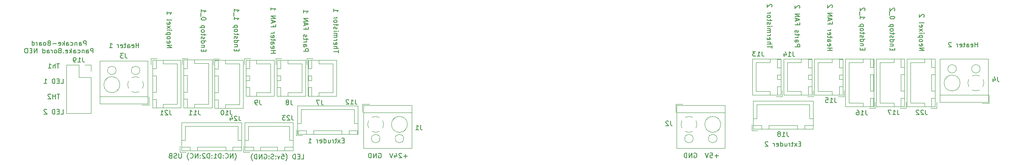
<source format=gbr>
%TF.GenerationSoftware,KiCad,Pcbnew,(6.0.2-0)*%
%TF.CreationDate,2022-07-03T14:42:40+02:00*%
%TF.ProjectId,Wasp-PCB,57617370-2d50-4434-922e-6b696361645f,0.91*%
%TF.SameCoordinates,Original*%
%TF.FileFunction,Legend,Bot*%
%TF.FilePolarity,Positive*%
%FSLAX46Y46*%
G04 Gerber Fmt 4.6, Leading zero omitted, Abs format (unit mm)*
G04 Created by KiCad (PCBNEW (6.0.2-0)) date 2022-07-03 14:42:40*
%MOMM*%
%LPD*%
G01*
G04 APERTURE LIST*
%ADD10C,0.150000*%
%ADD11C,0.120000*%
G04 APERTURE END LIST*
D10*
X202697619Y-70183333D02*
X203697619Y-70183333D01*
X203697619Y-69802380D01*
X203650000Y-69707142D01*
X203602380Y-69659523D01*
X203507142Y-69611904D01*
X203364285Y-69611904D01*
X203269047Y-69659523D01*
X203221428Y-69707142D01*
X203173809Y-69802380D01*
X203173809Y-70183333D01*
X202697619Y-68754761D02*
X203221428Y-68754761D01*
X203316666Y-68802380D01*
X203364285Y-68897619D01*
X203364285Y-69088095D01*
X203316666Y-69183333D01*
X202745238Y-68754761D02*
X202697619Y-68850000D01*
X202697619Y-69088095D01*
X202745238Y-69183333D01*
X202840476Y-69230952D01*
X202935714Y-69230952D01*
X203030952Y-69183333D01*
X203078571Y-69088095D01*
X203078571Y-68850000D01*
X203126190Y-68754761D01*
X202697619Y-68278571D02*
X203364285Y-68278571D01*
X203173809Y-68278571D02*
X203269047Y-68230952D01*
X203316666Y-68183333D01*
X203364285Y-68088095D01*
X203364285Y-67992857D01*
X203364285Y-67802380D02*
X203364285Y-67421428D01*
X203697619Y-67659523D02*
X202840476Y-67659523D01*
X202745238Y-67611904D01*
X202697619Y-67516666D01*
X202697619Y-67421428D01*
X202745238Y-67135714D02*
X202697619Y-67040476D01*
X202697619Y-66850000D01*
X202745238Y-66754761D01*
X202840476Y-66707142D01*
X202888095Y-66707142D01*
X202983333Y-66754761D01*
X203030952Y-66850000D01*
X203030952Y-66992857D01*
X203078571Y-67088095D01*
X203173809Y-67135714D01*
X203221428Y-67135714D01*
X203316666Y-67088095D01*
X203364285Y-66992857D01*
X203364285Y-66850000D01*
X203316666Y-66754761D01*
X203221428Y-65183333D02*
X203221428Y-65516666D01*
X202697619Y-65516666D02*
X203697619Y-65516666D01*
X203697619Y-65040476D01*
X202983333Y-64707142D02*
X202983333Y-64230952D01*
X202697619Y-64802380D02*
X203697619Y-64469047D01*
X202697619Y-64135714D01*
X202697619Y-63802380D02*
X203697619Y-63802380D01*
X202697619Y-63230952D01*
X203697619Y-63230952D01*
X203602380Y-62040476D02*
X203650000Y-61992857D01*
X203697619Y-61897619D01*
X203697619Y-61659523D01*
X203650000Y-61564285D01*
X203602380Y-61516666D01*
X203507142Y-61469047D01*
X203411904Y-61469047D01*
X203269047Y-61516666D01*
X202697619Y-62088095D01*
X202697619Y-61469047D01*
X85271428Y-71078571D02*
X85271428Y-70745238D01*
X84747619Y-70602380D02*
X84747619Y-71078571D01*
X85747619Y-71078571D01*
X85747619Y-70602380D01*
X85414285Y-70173809D02*
X84747619Y-70173809D01*
X85319047Y-70173809D02*
X85366666Y-70126190D01*
X85414285Y-70030952D01*
X85414285Y-69888095D01*
X85366666Y-69792857D01*
X85271428Y-69745238D01*
X84747619Y-69745238D01*
X84747619Y-68840476D02*
X85747619Y-68840476D01*
X84795238Y-68840476D02*
X84747619Y-68935714D01*
X84747619Y-69126190D01*
X84795238Y-69221428D01*
X84842857Y-69269047D01*
X84938095Y-69316666D01*
X85223809Y-69316666D01*
X85319047Y-69269047D01*
X85366666Y-69221428D01*
X85414285Y-69126190D01*
X85414285Y-68935714D01*
X85366666Y-68840476D01*
X84795238Y-68411904D02*
X84747619Y-68316666D01*
X84747619Y-68126190D01*
X84795238Y-68030952D01*
X84890476Y-67983333D01*
X84938095Y-67983333D01*
X85033333Y-68030952D01*
X85080952Y-68126190D01*
X85080952Y-68269047D01*
X85128571Y-68364285D01*
X85223809Y-68411904D01*
X85271428Y-68411904D01*
X85366666Y-68364285D01*
X85414285Y-68269047D01*
X85414285Y-68126190D01*
X85366666Y-68030952D01*
X85414285Y-67697619D02*
X85414285Y-67316666D01*
X85747619Y-67554761D02*
X84890476Y-67554761D01*
X84795238Y-67507142D01*
X84747619Y-67411904D01*
X84747619Y-67316666D01*
X84747619Y-66840476D02*
X84795238Y-66935714D01*
X84842857Y-66983333D01*
X84938095Y-67030952D01*
X85223809Y-67030952D01*
X85319047Y-66983333D01*
X85366666Y-66935714D01*
X85414285Y-66840476D01*
X85414285Y-66697619D01*
X85366666Y-66602380D01*
X85319047Y-66554761D01*
X85223809Y-66507142D01*
X84938095Y-66507142D01*
X84842857Y-66554761D01*
X84795238Y-66602380D01*
X84747619Y-66697619D01*
X84747619Y-66840476D01*
X85414285Y-66078571D02*
X84414285Y-66078571D01*
X85366666Y-66078571D02*
X85414285Y-65983333D01*
X85414285Y-65792857D01*
X85366666Y-65697619D01*
X85319047Y-65650000D01*
X85223809Y-65602380D01*
X84938095Y-65602380D01*
X84842857Y-65650000D01*
X84795238Y-65697619D01*
X84747619Y-65792857D01*
X84747619Y-65983333D01*
X84795238Y-66078571D01*
X84747619Y-63888095D02*
X84747619Y-64459523D01*
X84747619Y-64173809D02*
X85747619Y-64173809D01*
X85604761Y-64269047D01*
X85509523Y-64364285D01*
X85461904Y-64459523D01*
X84652380Y-63697619D02*
X84652380Y-62935714D01*
X84747619Y-62173809D02*
X84747619Y-62745238D01*
X84747619Y-62459523D02*
X85747619Y-62459523D01*
X85604761Y-62554761D01*
X85509523Y-62650000D01*
X85461904Y-62745238D01*
X64647619Y-70402380D02*
X64647619Y-69402380D01*
X64647619Y-69878571D02*
X64076190Y-69878571D01*
X64076190Y-70402380D02*
X64076190Y-69402380D01*
X63219047Y-70354761D02*
X63314285Y-70402380D01*
X63504761Y-70402380D01*
X63600000Y-70354761D01*
X63647619Y-70259523D01*
X63647619Y-69878571D01*
X63600000Y-69783333D01*
X63504761Y-69735714D01*
X63314285Y-69735714D01*
X63219047Y-69783333D01*
X63171428Y-69878571D01*
X63171428Y-69973809D01*
X63647619Y-70069047D01*
X62314285Y-70402380D02*
X62314285Y-69878571D01*
X62361904Y-69783333D01*
X62457142Y-69735714D01*
X62647619Y-69735714D01*
X62742857Y-69783333D01*
X62314285Y-70354761D02*
X62409523Y-70402380D01*
X62647619Y-70402380D01*
X62742857Y-70354761D01*
X62790476Y-70259523D01*
X62790476Y-70164285D01*
X62742857Y-70069047D01*
X62647619Y-70021428D01*
X62409523Y-70021428D01*
X62314285Y-69973809D01*
X61980952Y-69735714D02*
X61600000Y-69735714D01*
X61838095Y-69402380D02*
X61838095Y-70259523D01*
X61790476Y-70354761D01*
X61695238Y-70402380D01*
X61600000Y-70402380D01*
X60885714Y-70354761D02*
X60980952Y-70402380D01*
X61171428Y-70402380D01*
X61266666Y-70354761D01*
X61314285Y-70259523D01*
X61314285Y-69878571D01*
X61266666Y-69783333D01*
X61171428Y-69735714D01*
X60980952Y-69735714D01*
X60885714Y-69783333D01*
X60838095Y-69878571D01*
X60838095Y-69973809D01*
X61314285Y-70069047D01*
X60409523Y-70402380D02*
X60409523Y-69735714D01*
X60409523Y-69926190D02*
X60361904Y-69830952D01*
X60314285Y-69783333D01*
X60219047Y-69735714D01*
X60123809Y-69735714D01*
X58504761Y-70402380D02*
X59076190Y-70402380D01*
X58790476Y-70402380D02*
X58790476Y-69402380D01*
X58885714Y-69545238D01*
X58980952Y-69640476D01*
X59076190Y-69688095D01*
X99297619Y-71133333D02*
X100297619Y-71133333D01*
X100297619Y-70752380D01*
X100250000Y-70657142D01*
X100202380Y-70609523D01*
X100107142Y-70561904D01*
X99964285Y-70561904D01*
X99869047Y-70609523D01*
X99821428Y-70657142D01*
X99773809Y-70752380D01*
X99773809Y-71133333D01*
X99297619Y-69704761D02*
X99821428Y-69704761D01*
X99916666Y-69752380D01*
X99964285Y-69847619D01*
X99964285Y-70038095D01*
X99916666Y-70133333D01*
X99345238Y-69704761D02*
X99297619Y-69800000D01*
X99297619Y-70038095D01*
X99345238Y-70133333D01*
X99440476Y-70180952D01*
X99535714Y-70180952D01*
X99630952Y-70133333D01*
X99678571Y-70038095D01*
X99678571Y-69800000D01*
X99726190Y-69704761D01*
X99297619Y-69228571D02*
X99964285Y-69228571D01*
X99773809Y-69228571D02*
X99869047Y-69180952D01*
X99916666Y-69133333D01*
X99964285Y-69038095D01*
X99964285Y-68942857D01*
X99964285Y-68752380D02*
X99964285Y-68371428D01*
X100297619Y-68609523D02*
X99440476Y-68609523D01*
X99345238Y-68561904D01*
X99297619Y-68466666D01*
X99297619Y-68371428D01*
X99345238Y-68085714D02*
X99297619Y-67990476D01*
X99297619Y-67800000D01*
X99345238Y-67704761D01*
X99440476Y-67657142D01*
X99488095Y-67657142D01*
X99583333Y-67704761D01*
X99630952Y-67800000D01*
X99630952Y-67942857D01*
X99678571Y-68038095D01*
X99773809Y-68085714D01*
X99821428Y-68085714D01*
X99916666Y-68038095D01*
X99964285Y-67942857D01*
X99964285Y-67800000D01*
X99916666Y-67704761D01*
X99821428Y-66133333D02*
X99821428Y-66466666D01*
X99297619Y-66466666D02*
X100297619Y-66466666D01*
X100297619Y-65990476D01*
X99583333Y-65657142D02*
X99583333Y-65180952D01*
X99297619Y-65752380D02*
X100297619Y-65419047D01*
X99297619Y-65085714D01*
X99297619Y-64752380D02*
X100297619Y-64752380D01*
X99297619Y-64180952D01*
X100297619Y-64180952D01*
X99297619Y-62419047D02*
X99297619Y-62990476D01*
X99297619Y-62704761D02*
X100297619Y-62704761D01*
X100154761Y-62800000D01*
X100059523Y-62895238D01*
X100011904Y-62990476D01*
X223221428Y-70928571D02*
X223221428Y-70595238D01*
X222697619Y-70452380D02*
X222697619Y-70928571D01*
X223697619Y-70928571D01*
X223697619Y-70452380D01*
X223364285Y-70023809D02*
X222697619Y-70023809D01*
X223269047Y-70023809D02*
X223316666Y-69976190D01*
X223364285Y-69880952D01*
X223364285Y-69738095D01*
X223316666Y-69642857D01*
X223221428Y-69595238D01*
X222697619Y-69595238D01*
X222697619Y-68690476D02*
X223697619Y-68690476D01*
X222745238Y-68690476D02*
X222697619Y-68785714D01*
X222697619Y-68976190D01*
X222745238Y-69071428D01*
X222792857Y-69119047D01*
X222888095Y-69166666D01*
X223173809Y-69166666D01*
X223269047Y-69119047D01*
X223316666Y-69071428D01*
X223364285Y-68976190D01*
X223364285Y-68785714D01*
X223316666Y-68690476D01*
X222745238Y-68261904D02*
X222697619Y-68166666D01*
X222697619Y-67976190D01*
X222745238Y-67880952D01*
X222840476Y-67833333D01*
X222888095Y-67833333D01*
X222983333Y-67880952D01*
X223030952Y-67976190D01*
X223030952Y-68119047D01*
X223078571Y-68214285D01*
X223173809Y-68261904D01*
X223221428Y-68261904D01*
X223316666Y-68214285D01*
X223364285Y-68119047D01*
X223364285Y-67976190D01*
X223316666Y-67880952D01*
X223364285Y-67547619D02*
X223364285Y-67166666D01*
X223697619Y-67404761D02*
X222840476Y-67404761D01*
X222745238Y-67357142D01*
X222697619Y-67261904D01*
X222697619Y-67166666D01*
X222697619Y-66690476D02*
X222745238Y-66785714D01*
X222792857Y-66833333D01*
X222888095Y-66880952D01*
X223173809Y-66880952D01*
X223269047Y-66833333D01*
X223316666Y-66785714D01*
X223364285Y-66690476D01*
X223364285Y-66547619D01*
X223316666Y-66452380D01*
X223269047Y-66404761D01*
X223173809Y-66357142D01*
X222888095Y-66357142D01*
X222792857Y-66404761D01*
X222745238Y-66452380D01*
X222697619Y-66547619D01*
X222697619Y-66690476D01*
X223364285Y-65928571D02*
X222364285Y-65928571D01*
X223316666Y-65928571D02*
X223364285Y-65833333D01*
X223364285Y-65642857D01*
X223316666Y-65547619D01*
X223269047Y-65500000D01*
X223173809Y-65452380D01*
X222888095Y-65452380D01*
X222792857Y-65500000D01*
X222745238Y-65547619D01*
X222697619Y-65642857D01*
X222697619Y-65833333D01*
X222745238Y-65928571D01*
X223697619Y-64071428D02*
X223697619Y-63976190D01*
X223650000Y-63880952D01*
X223602380Y-63833333D01*
X223507142Y-63785714D01*
X223316666Y-63738095D01*
X223078571Y-63738095D01*
X222888095Y-63785714D01*
X222792857Y-63833333D01*
X222745238Y-63880952D01*
X222697619Y-63976190D01*
X222697619Y-64071428D01*
X222745238Y-64166666D01*
X222792857Y-64214285D01*
X222888095Y-64261904D01*
X223078571Y-64309523D01*
X223316666Y-64309523D01*
X223507142Y-64261904D01*
X223602380Y-64214285D01*
X223650000Y-64166666D01*
X223697619Y-64071428D01*
X222602380Y-63547619D02*
X222602380Y-62785714D01*
X223602380Y-62595238D02*
X223650000Y-62547619D01*
X223697619Y-62452380D01*
X223697619Y-62214285D01*
X223650000Y-62119047D01*
X223602380Y-62071428D01*
X223507142Y-62023809D01*
X223411904Y-62023809D01*
X223269047Y-62071428D01*
X222697619Y-62642857D01*
X222697619Y-62023809D01*
X228847619Y-71009523D02*
X229847619Y-71009523D01*
X228847619Y-70438095D01*
X229847619Y-70438095D01*
X228895238Y-69580952D02*
X228847619Y-69676190D01*
X228847619Y-69866666D01*
X228895238Y-69961904D01*
X228990476Y-70009523D01*
X229371428Y-70009523D01*
X229466666Y-69961904D01*
X229514285Y-69866666D01*
X229514285Y-69676190D01*
X229466666Y-69580952D01*
X229371428Y-69533333D01*
X229276190Y-69533333D01*
X229180952Y-70009523D01*
X228847619Y-68961904D02*
X228895238Y-69057142D01*
X228942857Y-69104761D01*
X229038095Y-69152380D01*
X229323809Y-69152380D01*
X229419047Y-69104761D01*
X229466666Y-69057142D01*
X229514285Y-68961904D01*
X229514285Y-68819047D01*
X229466666Y-68723809D01*
X229419047Y-68676190D01*
X229323809Y-68628571D01*
X229038095Y-68628571D01*
X228942857Y-68676190D01*
X228895238Y-68723809D01*
X228847619Y-68819047D01*
X228847619Y-68961904D01*
X229514285Y-68200000D02*
X228514285Y-68200000D01*
X229466666Y-68200000D02*
X229514285Y-68104761D01*
X229514285Y-67914285D01*
X229466666Y-67819047D01*
X229419047Y-67771428D01*
X229323809Y-67723809D01*
X229038095Y-67723809D01*
X228942857Y-67771428D01*
X228895238Y-67819047D01*
X228847619Y-67914285D01*
X228847619Y-68104761D01*
X228895238Y-68200000D01*
X228847619Y-67295238D02*
X229514285Y-67295238D01*
X229847619Y-67295238D02*
X229800000Y-67342857D01*
X229752380Y-67295238D01*
X229800000Y-67247619D01*
X229847619Y-67295238D01*
X229752380Y-67295238D01*
X228847619Y-66914285D02*
X229514285Y-66390476D01*
X229514285Y-66914285D02*
X228847619Y-66390476D01*
X228895238Y-65628571D02*
X228847619Y-65723809D01*
X228847619Y-65914285D01*
X228895238Y-66009523D01*
X228990476Y-66057142D01*
X229371428Y-66057142D01*
X229466666Y-66009523D01*
X229514285Y-65914285D01*
X229514285Y-65723809D01*
X229466666Y-65628571D01*
X229371428Y-65580952D01*
X229276190Y-65580952D01*
X229180952Y-66057142D01*
X228847619Y-65009523D02*
X228895238Y-65104761D01*
X228990476Y-65152380D01*
X229847619Y-65152380D01*
X229752380Y-63914285D02*
X229800000Y-63866666D01*
X229847619Y-63771428D01*
X229847619Y-63533333D01*
X229800000Y-63438095D01*
X229752380Y-63390476D01*
X229657142Y-63342857D01*
X229561904Y-63342857D01*
X229419047Y-63390476D01*
X228847619Y-63961904D01*
X228847619Y-63342857D01*
X241147619Y-70252380D02*
X241147619Y-69252380D01*
X241147619Y-69728571D02*
X240576190Y-69728571D01*
X240576190Y-70252380D02*
X240576190Y-69252380D01*
X239719047Y-70204761D02*
X239814285Y-70252380D01*
X240004761Y-70252380D01*
X240100000Y-70204761D01*
X240147619Y-70109523D01*
X240147619Y-69728571D01*
X240100000Y-69633333D01*
X240004761Y-69585714D01*
X239814285Y-69585714D01*
X239719047Y-69633333D01*
X239671428Y-69728571D01*
X239671428Y-69823809D01*
X240147619Y-69919047D01*
X238814285Y-70252380D02*
X238814285Y-69728571D01*
X238861904Y-69633333D01*
X238957142Y-69585714D01*
X239147619Y-69585714D01*
X239242857Y-69633333D01*
X238814285Y-70204761D02*
X238909523Y-70252380D01*
X239147619Y-70252380D01*
X239242857Y-70204761D01*
X239290476Y-70109523D01*
X239290476Y-70014285D01*
X239242857Y-69919047D01*
X239147619Y-69871428D01*
X238909523Y-69871428D01*
X238814285Y-69823809D01*
X238480952Y-69585714D02*
X238100000Y-69585714D01*
X238338095Y-69252380D02*
X238338095Y-70109523D01*
X238290476Y-70204761D01*
X238195238Y-70252380D01*
X238100000Y-70252380D01*
X237385714Y-70204761D02*
X237480952Y-70252380D01*
X237671428Y-70252380D01*
X237766666Y-70204761D01*
X237814285Y-70109523D01*
X237814285Y-69728571D01*
X237766666Y-69633333D01*
X237671428Y-69585714D01*
X237480952Y-69585714D01*
X237385714Y-69633333D01*
X237338095Y-69728571D01*
X237338095Y-69823809D01*
X237814285Y-69919047D01*
X236909523Y-70252380D02*
X236909523Y-69585714D01*
X236909523Y-69776190D02*
X236861904Y-69680952D01*
X236814285Y-69633333D01*
X236719047Y-69585714D01*
X236623809Y-69585714D01*
X235576190Y-69347619D02*
X235528571Y-69300000D01*
X235433333Y-69252380D01*
X235195238Y-69252380D01*
X235100000Y-69300000D01*
X235052380Y-69347619D01*
X235004761Y-69442857D01*
X235004761Y-69538095D01*
X235052380Y-69680952D01*
X235623809Y-70252380D01*
X235004761Y-70252380D01*
X107864285Y-89978571D02*
X107530952Y-89978571D01*
X107388095Y-90502380D02*
X107864285Y-90502380D01*
X107864285Y-89502380D01*
X107388095Y-89502380D01*
X107054761Y-90502380D02*
X106530952Y-89835714D01*
X107054761Y-89835714D02*
X106530952Y-90502380D01*
X106292857Y-89835714D02*
X105911904Y-89835714D01*
X106150000Y-89502380D02*
X106150000Y-90359523D01*
X106102380Y-90454761D01*
X106007142Y-90502380D01*
X105911904Y-90502380D01*
X105578571Y-90502380D02*
X105578571Y-89835714D01*
X105578571Y-90026190D02*
X105530952Y-89930952D01*
X105483333Y-89883333D01*
X105388095Y-89835714D01*
X105292857Y-89835714D01*
X104530952Y-89835714D02*
X104530952Y-90502380D01*
X104959523Y-89835714D02*
X104959523Y-90359523D01*
X104911904Y-90454761D01*
X104816666Y-90502380D01*
X104673809Y-90502380D01*
X104578571Y-90454761D01*
X104530952Y-90407142D01*
X103626190Y-90502380D02*
X103626190Y-89502380D01*
X103626190Y-90454761D02*
X103721428Y-90502380D01*
X103911904Y-90502380D01*
X104007142Y-90454761D01*
X104054761Y-90407142D01*
X104102380Y-90311904D01*
X104102380Y-90026190D01*
X104054761Y-89930952D01*
X104007142Y-89883333D01*
X103911904Y-89835714D01*
X103721428Y-89835714D01*
X103626190Y-89883333D01*
X102769047Y-90454761D02*
X102864285Y-90502380D01*
X103054761Y-90502380D01*
X103150000Y-90454761D01*
X103197619Y-90359523D01*
X103197619Y-89978571D01*
X103150000Y-89883333D01*
X103054761Y-89835714D01*
X102864285Y-89835714D01*
X102769047Y-89883333D01*
X102721428Y-89978571D01*
X102721428Y-90073809D01*
X103197619Y-90169047D01*
X102292857Y-90502380D02*
X102292857Y-89835714D01*
X102292857Y-90026190D02*
X102245238Y-89930952D01*
X102197619Y-89883333D01*
X102102380Y-89835714D01*
X102007142Y-89835714D01*
X100388095Y-90502380D02*
X100959523Y-90502380D01*
X100673809Y-90502380D02*
X100673809Y-89502380D01*
X100769047Y-89645238D01*
X100864285Y-89740476D01*
X100959523Y-89788095D01*
X197847619Y-70490476D02*
X197847619Y-69919047D01*
X196847619Y-70204761D02*
X197847619Y-70204761D01*
X196847619Y-69585714D02*
X197847619Y-69585714D01*
X196847619Y-69157142D02*
X197371428Y-69157142D01*
X197466666Y-69204761D01*
X197514285Y-69300000D01*
X197514285Y-69442857D01*
X197466666Y-69538095D01*
X197419047Y-69585714D01*
X196895238Y-68300000D02*
X196847619Y-68395238D01*
X196847619Y-68585714D01*
X196895238Y-68680952D01*
X196990476Y-68728571D01*
X197371428Y-68728571D01*
X197466666Y-68680952D01*
X197514285Y-68585714D01*
X197514285Y-68395238D01*
X197466666Y-68300000D01*
X197371428Y-68252380D01*
X197276190Y-68252380D01*
X197180952Y-68728571D01*
X196847619Y-67823809D02*
X197514285Y-67823809D01*
X197323809Y-67823809D02*
X197419047Y-67776190D01*
X197466666Y-67728571D01*
X197514285Y-67633333D01*
X197514285Y-67538095D01*
X196847619Y-67204761D02*
X197514285Y-67204761D01*
X197419047Y-67204761D02*
X197466666Y-67157142D01*
X197514285Y-67061904D01*
X197514285Y-66919047D01*
X197466666Y-66823809D01*
X197371428Y-66776190D01*
X196847619Y-66776190D01*
X197371428Y-66776190D02*
X197466666Y-66728571D01*
X197514285Y-66633333D01*
X197514285Y-66490476D01*
X197466666Y-66395238D01*
X197371428Y-66347619D01*
X196847619Y-66347619D01*
X196847619Y-65871428D02*
X197514285Y-65871428D01*
X197847619Y-65871428D02*
X197800000Y-65919047D01*
X197752380Y-65871428D01*
X197800000Y-65823809D01*
X197847619Y-65871428D01*
X197752380Y-65871428D01*
X196895238Y-65442857D02*
X196847619Y-65347619D01*
X196847619Y-65157142D01*
X196895238Y-65061904D01*
X196990476Y-65014285D01*
X197038095Y-65014285D01*
X197133333Y-65061904D01*
X197180952Y-65157142D01*
X197180952Y-65300000D01*
X197228571Y-65395238D01*
X197323809Y-65442857D01*
X197371428Y-65442857D01*
X197466666Y-65395238D01*
X197514285Y-65300000D01*
X197514285Y-65157142D01*
X197466666Y-65061904D01*
X197514285Y-64728571D02*
X197514285Y-64347619D01*
X197847619Y-64585714D02*
X196990476Y-64585714D01*
X196895238Y-64538095D01*
X196847619Y-64442857D01*
X196847619Y-64347619D01*
X196847619Y-63871428D02*
X196895238Y-63966666D01*
X196942857Y-64014285D01*
X197038095Y-64061904D01*
X197323809Y-64061904D01*
X197419047Y-64014285D01*
X197466666Y-63966666D01*
X197514285Y-63871428D01*
X197514285Y-63728571D01*
X197466666Y-63633333D01*
X197419047Y-63585714D01*
X197323809Y-63538095D01*
X197038095Y-63538095D01*
X196942857Y-63585714D01*
X196895238Y-63633333D01*
X196847619Y-63728571D01*
X196847619Y-63871428D01*
X196847619Y-63109523D02*
X197514285Y-63109523D01*
X197323809Y-63109523D02*
X197419047Y-63061904D01*
X197466666Y-63014285D01*
X197514285Y-62919047D01*
X197514285Y-62823809D01*
X197752380Y-61776190D02*
X197800000Y-61728571D01*
X197847619Y-61633333D01*
X197847619Y-61395238D01*
X197800000Y-61300000D01*
X197752380Y-61252380D01*
X197657142Y-61204761D01*
X197561904Y-61204761D01*
X197419047Y-61252380D01*
X196847619Y-61823809D01*
X196847619Y-61204761D01*
X186571428Y-93271428D02*
X185809523Y-93271428D01*
X186190476Y-93652380D02*
X186190476Y-92890476D01*
X184857142Y-92652380D02*
X185333333Y-92652380D01*
X185380952Y-93128571D01*
X185333333Y-93080952D01*
X185238095Y-93033333D01*
X185000000Y-93033333D01*
X184904761Y-93080952D01*
X184857142Y-93128571D01*
X184809523Y-93223809D01*
X184809523Y-93461904D01*
X184857142Y-93557142D01*
X184904761Y-93604761D01*
X185000000Y-93652380D01*
X185238095Y-93652380D01*
X185333333Y-93604761D01*
X185380952Y-93557142D01*
X184523809Y-92652380D02*
X184190476Y-93652380D01*
X183857142Y-92652380D01*
X181476190Y-92700000D02*
X181571428Y-92652380D01*
X181714285Y-92652380D01*
X181857142Y-92700000D01*
X181952380Y-92795238D01*
X182000000Y-92890476D01*
X182047619Y-93080952D01*
X182047619Y-93223809D01*
X182000000Y-93414285D01*
X181952380Y-93509523D01*
X181857142Y-93604761D01*
X181714285Y-93652380D01*
X181619047Y-93652380D01*
X181476190Y-93604761D01*
X181428571Y-93557142D01*
X181428571Y-93223809D01*
X181619047Y-93223809D01*
X181000000Y-93652380D02*
X181000000Y-92652380D01*
X180428571Y-93652380D01*
X180428571Y-92652380D01*
X179952380Y-93652380D02*
X179952380Y-92652380D01*
X179714285Y-92652380D01*
X179571428Y-92700000D01*
X179476190Y-92795238D01*
X179428571Y-92890476D01*
X179380952Y-93080952D01*
X179380952Y-93223809D01*
X179428571Y-93414285D01*
X179476190Y-93509523D01*
X179571428Y-93604761D01*
X179714285Y-93652380D01*
X179952380Y-93652380D01*
X203914285Y-90728571D02*
X203580952Y-90728571D01*
X203438095Y-91252380D02*
X203914285Y-91252380D01*
X203914285Y-90252380D01*
X203438095Y-90252380D01*
X203104761Y-91252380D02*
X202580952Y-90585714D01*
X203104761Y-90585714D02*
X202580952Y-91252380D01*
X202342857Y-90585714D02*
X201961904Y-90585714D01*
X202200000Y-90252380D02*
X202200000Y-91109523D01*
X202152380Y-91204761D01*
X202057142Y-91252380D01*
X201961904Y-91252380D01*
X201628571Y-91252380D02*
X201628571Y-90585714D01*
X201628571Y-90776190D02*
X201580952Y-90680952D01*
X201533333Y-90633333D01*
X201438095Y-90585714D01*
X201342857Y-90585714D01*
X200580952Y-90585714D02*
X200580952Y-91252380D01*
X201009523Y-90585714D02*
X201009523Y-91109523D01*
X200961904Y-91204761D01*
X200866666Y-91252380D01*
X200723809Y-91252380D01*
X200628571Y-91204761D01*
X200580952Y-91157142D01*
X199676190Y-91252380D02*
X199676190Y-90252380D01*
X199676190Y-91204761D02*
X199771428Y-91252380D01*
X199961904Y-91252380D01*
X200057142Y-91204761D01*
X200104761Y-91157142D01*
X200152380Y-91061904D01*
X200152380Y-90776190D01*
X200104761Y-90680952D01*
X200057142Y-90633333D01*
X199961904Y-90585714D01*
X199771428Y-90585714D01*
X199676190Y-90633333D01*
X198819047Y-91204761D02*
X198914285Y-91252380D01*
X199104761Y-91252380D01*
X199200000Y-91204761D01*
X199247619Y-91109523D01*
X199247619Y-90728571D01*
X199200000Y-90633333D01*
X199104761Y-90585714D01*
X198914285Y-90585714D01*
X198819047Y-90633333D01*
X198771428Y-90728571D01*
X198771428Y-90823809D01*
X199247619Y-90919047D01*
X198342857Y-91252380D02*
X198342857Y-90585714D01*
X198342857Y-90776190D02*
X198295238Y-90680952D01*
X198247619Y-90633333D01*
X198152380Y-90585714D01*
X198057142Y-90585714D01*
X197009523Y-90347619D02*
X196961904Y-90300000D01*
X196866666Y-90252380D01*
X196628571Y-90252380D01*
X196533333Y-90300000D01*
X196485714Y-90347619D01*
X196438095Y-90442857D01*
X196438095Y-90538095D01*
X196485714Y-90680952D01*
X197057142Y-91252380D01*
X196438095Y-91252380D01*
X216921428Y-70878571D02*
X216921428Y-70545238D01*
X216397619Y-70402380D02*
X216397619Y-70878571D01*
X217397619Y-70878571D01*
X217397619Y-70402380D01*
X217064285Y-69973809D02*
X216397619Y-69973809D01*
X216969047Y-69973809D02*
X217016666Y-69926190D01*
X217064285Y-69830952D01*
X217064285Y-69688095D01*
X217016666Y-69592857D01*
X216921428Y-69545238D01*
X216397619Y-69545238D01*
X216397619Y-68640476D02*
X217397619Y-68640476D01*
X216445238Y-68640476D02*
X216397619Y-68735714D01*
X216397619Y-68926190D01*
X216445238Y-69021428D01*
X216492857Y-69069047D01*
X216588095Y-69116666D01*
X216873809Y-69116666D01*
X216969047Y-69069047D01*
X217016666Y-69021428D01*
X217064285Y-68926190D01*
X217064285Y-68735714D01*
X217016666Y-68640476D01*
X216445238Y-68211904D02*
X216397619Y-68116666D01*
X216397619Y-67926190D01*
X216445238Y-67830952D01*
X216540476Y-67783333D01*
X216588095Y-67783333D01*
X216683333Y-67830952D01*
X216730952Y-67926190D01*
X216730952Y-68069047D01*
X216778571Y-68164285D01*
X216873809Y-68211904D01*
X216921428Y-68211904D01*
X217016666Y-68164285D01*
X217064285Y-68069047D01*
X217064285Y-67926190D01*
X217016666Y-67830952D01*
X217064285Y-67497619D02*
X217064285Y-67116666D01*
X217397619Y-67354761D02*
X216540476Y-67354761D01*
X216445238Y-67307142D01*
X216397619Y-67211904D01*
X216397619Y-67116666D01*
X216397619Y-66640476D02*
X216445238Y-66735714D01*
X216492857Y-66783333D01*
X216588095Y-66830952D01*
X216873809Y-66830952D01*
X216969047Y-66783333D01*
X217016666Y-66735714D01*
X217064285Y-66640476D01*
X217064285Y-66497619D01*
X217016666Y-66402380D01*
X216969047Y-66354761D01*
X216873809Y-66307142D01*
X216588095Y-66307142D01*
X216492857Y-66354761D01*
X216445238Y-66402380D01*
X216397619Y-66497619D01*
X216397619Y-66640476D01*
X217064285Y-65878571D02*
X216064285Y-65878571D01*
X217016666Y-65878571D02*
X217064285Y-65783333D01*
X217064285Y-65592857D01*
X217016666Y-65497619D01*
X216969047Y-65450000D01*
X216873809Y-65402380D01*
X216588095Y-65402380D01*
X216492857Y-65450000D01*
X216445238Y-65497619D01*
X216397619Y-65592857D01*
X216397619Y-65783333D01*
X216445238Y-65878571D01*
X216397619Y-63688095D02*
X216397619Y-64259523D01*
X216397619Y-63973809D02*
X217397619Y-63973809D01*
X217254761Y-64069047D01*
X217159523Y-64164285D01*
X217111904Y-64259523D01*
X216302380Y-63497619D02*
X216302380Y-62735714D01*
X217302380Y-62545238D02*
X217350000Y-62497619D01*
X217397619Y-62402380D01*
X217397619Y-62164285D01*
X217350000Y-62069047D01*
X217302380Y-62021428D01*
X217207142Y-61973809D01*
X217111904Y-61973809D01*
X216969047Y-62021428D01*
X216397619Y-62592857D01*
X216397619Y-61973809D01*
X70597619Y-70409523D02*
X71597619Y-70409523D01*
X70597619Y-69838095D01*
X71597619Y-69838095D01*
X70645238Y-68980952D02*
X70597619Y-69076190D01*
X70597619Y-69266666D01*
X70645238Y-69361904D01*
X70740476Y-69409523D01*
X71121428Y-69409523D01*
X71216666Y-69361904D01*
X71264285Y-69266666D01*
X71264285Y-69076190D01*
X71216666Y-68980952D01*
X71121428Y-68933333D01*
X71026190Y-68933333D01*
X70930952Y-69409523D01*
X70597619Y-68361904D02*
X70645238Y-68457142D01*
X70692857Y-68504761D01*
X70788095Y-68552380D01*
X71073809Y-68552380D01*
X71169047Y-68504761D01*
X71216666Y-68457142D01*
X71264285Y-68361904D01*
X71264285Y-68219047D01*
X71216666Y-68123809D01*
X71169047Y-68076190D01*
X71073809Y-68028571D01*
X70788095Y-68028571D01*
X70692857Y-68076190D01*
X70645238Y-68123809D01*
X70597619Y-68219047D01*
X70597619Y-68361904D01*
X71264285Y-67600000D02*
X70264285Y-67600000D01*
X71216666Y-67600000D02*
X71264285Y-67504761D01*
X71264285Y-67314285D01*
X71216666Y-67219047D01*
X71169047Y-67171428D01*
X71073809Y-67123809D01*
X70788095Y-67123809D01*
X70692857Y-67171428D01*
X70645238Y-67219047D01*
X70597619Y-67314285D01*
X70597619Y-67504761D01*
X70645238Y-67600000D01*
X70597619Y-66695238D02*
X71264285Y-66695238D01*
X71597619Y-66695238D02*
X71550000Y-66742857D01*
X71502380Y-66695238D01*
X71550000Y-66647619D01*
X71597619Y-66695238D01*
X71502380Y-66695238D01*
X70597619Y-66314285D02*
X71264285Y-65790476D01*
X71264285Y-66314285D02*
X70597619Y-65790476D01*
X70645238Y-65028571D02*
X70597619Y-65123809D01*
X70597619Y-65314285D01*
X70645238Y-65409523D01*
X70740476Y-65457142D01*
X71121428Y-65457142D01*
X71216666Y-65409523D01*
X71264285Y-65314285D01*
X71264285Y-65123809D01*
X71216666Y-65028571D01*
X71121428Y-64980952D01*
X71026190Y-64980952D01*
X70930952Y-65457142D01*
X70597619Y-64409523D02*
X70645238Y-64504761D01*
X70740476Y-64552380D01*
X71597619Y-64552380D01*
X70597619Y-62742857D02*
X70597619Y-63314285D01*
X70597619Y-63028571D02*
X71597619Y-63028571D01*
X71454761Y-63123809D01*
X71359523Y-63219047D01*
X71311904Y-63314285D01*
X98873809Y-93902380D02*
X99350000Y-93902380D01*
X99350000Y-92902380D01*
X98540476Y-93378571D02*
X98207142Y-93378571D01*
X98064285Y-93902380D02*
X98540476Y-93902380D01*
X98540476Y-92902380D01*
X98064285Y-92902380D01*
X97635714Y-93902380D02*
X97635714Y-92902380D01*
X97397619Y-92902380D01*
X97254761Y-92950000D01*
X97159523Y-93045238D01*
X97111904Y-93140476D01*
X97064285Y-93330952D01*
X97064285Y-93473809D01*
X97111904Y-93664285D01*
X97159523Y-93759523D01*
X97254761Y-93854761D01*
X97397619Y-93902380D01*
X97635714Y-93902380D01*
X95588095Y-94283333D02*
X95635714Y-94235714D01*
X95730952Y-94092857D01*
X95778571Y-93997619D01*
X95826190Y-93854761D01*
X95873809Y-93616666D01*
X95873809Y-93426190D01*
X95826190Y-93188095D01*
X95778571Y-93045238D01*
X95730952Y-92950000D01*
X95635714Y-92807142D01*
X95588095Y-92759523D01*
X94730952Y-92902380D02*
X95207142Y-92902380D01*
X95254761Y-93378571D01*
X95207142Y-93330952D01*
X95111904Y-93283333D01*
X94873809Y-93283333D01*
X94778571Y-93330952D01*
X94730952Y-93378571D01*
X94683333Y-93473809D01*
X94683333Y-93711904D01*
X94730952Y-93807142D01*
X94778571Y-93854761D01*
X94873809Y-93902380D01*
X95111904Y-93902380D01*
X95207142Y-93854761D01*
X95254761Y-93807142D01*
X94350000Y-93235714D02*
X94111904Y-93902380D01*
X93873809Y-93235714D01*
X93492857Y-93807142D02*
X93445238Y-93854761D01*
X93492857Y-93902380D01*
X93540476Y-93854761D01*
X93492857Y-93807142D01*
X93492857Y-93902380D01*
X93492857Y-93283333D02*
X93445238Y-93330952D01*
X93492857Y-93378571D01*
X93540476Y-93330952D01*
X93492857Y-93283333D01*
X93492857Y-93378571D01*
X93064285Y-93854761D02*
X92921428Y-93902380D01*
X92683333Y-93902380D01*
X92588095Y-93854761D01*
X92540476Y-93807142D01*
X92492857Y-93711904D01*
X92492857Y-93616666D01*
X92540476Y-93521428D01*
X92588095Y-93473809D01*
X92683333Y-93426190D01*
X92873809Y-93378571D01*
X92969047Y-93330952D01*
X93016666Y-93283333D01*
X93064285Y-93188095D01*
X93064285Y-93092857D01*
X93016666Y-92997619D01*
X92969047Y-92950000D01*
X92873809Y-92902380D01*
X92635714Y-92902380D01*
X92492857Y-92950000D01*
X92064285Y-93807142D02*
X92016666Y-93854761D01*
X92064285Y-93902380D01*
X92111904Y-93854761D01*
X92064285Y-93807142D01*
X92064285Y-93902380D01*
X92064285Y-93283333D02*
X92016666Y-93330952D01*
X92064285Y-93378571D01*
X92111904Y-93330952D01*
X92064285Y-93283333D01*
X92064285Y-93378571D01*
X91064285Y-92950000D02*
X91159523Y-92902380D01*
X91302380Y-92902380D01*
X91445238Y-92950000D01*
X91540476Y-93045238D01*
X91588095Y-93140476D01*
X91635714Y-93330952D01*
X91635714Y-93473809D01*
X91588095Y-93664285D01*
X91540476Y-93759523D01*
X91445238Y-93854761D01*
X91302380Y-93902380D01*
X91207142Y-93902380D01*
X91064285Y-93854761D01*
X91016666Y-93807142D01*
X91016666Y-93473809D01*
X91207142Y-93473809D01*
X90588095Y-93902380D02*
X90588095Y-92902380D01*
X90016666Y-93902380D01*
X90016666Y-92902380D01*
X89540476Y-93902380D02*
X89540476Y-92902380D01*
X89302380Y-92902380D01*
X89159523Y-92950000D01*
X89064285Y-93045238D01*
X89016666Y-93140476D01*
X88969047Y-93330952D01*
X88969047Y-93473809D01*
X89016666Y-93664285D01*
X89064285Y-93759523D01*
X89159523Y-93854761D01*
X89302380Y-93902380D01*
X89540476Y-93902380D01*
X88635714Y-94283333D02*
X88588095Y-94235714D01*
X88492857Y-94092857D01*
X88445238Y-93997619D01*
X88397619Y-93854761D01*
X88350000Y-93616666D01*
X88350000Y-93426190D01*
X88397619Y-93188095D01*
X88445238Y-93045238D01*
X88492857Y-92950000D01*
X88588095Y-92807142D01*
X88635714Y-92759523D01*
X53566666Y-69907380D02*
X53566666Y-68907380D01*
X53185714Y-68907380D01*
X53090476Y-68955000D01*
X53042857Y-69002619D01*
X52995238Y-69097857D01*
X52995238Y-69240714D01*
X53042857Y-69335952D01*
X53090476Y-69383571D01*
X53185714Y-69431190D01*
X53566666Y-69431190D01*
X52138095Y-69907380D02*
X52138095Y-69383571D01*
X52185714Y-69288333D01*
X52280952Y-69240714D01*
X52471428Y-69240714D01*
X52566666Y-69288333D01*
X52138095Y-69859761D02*
X52233333Y-69907380D01*
X52471428Y-69907380D01*
X52566666Y-69859761D01*
X52614285Y-69764523D01*
X52614285Y-69669285D01*
X52566666Y-69574047D01*
X52471428Y-69526428D01*
X52233333Y-69526428D01*
X52138095Y-69478809D01*
X51661904Y-69240714D02*
X51661904Y-69907380D01*
X51661904Y-69335952D02*
X51614285Y-69288333D01*
X51519047Y-69240714D01*
X51376190Y-69240714D01*
X51280952Y-69288333D01*
X51233333Y-69383571D01*
X51233333Y-69907380D01*
X50328571Y-69859761D02*
X50423809Y-69907380D01*
X50614285Y-69907380D01*
X50709523Y-69859761D01*
X50757142Y-69812142D01*
X50804761Y-69716904D01*
X50804761Y-69431190D01*
X50757142Y-69335952D01*
X50709523Y-69288333D01*
X50614285Y-69240714D01*
X50423809Y-69240714D01*
X50328571Y-69288333D01*
X49471428Y-69907380D02*
X49471428Y-69383571D01*
X49519047Y-69288333D01*
X49614285Y-69240714D01*
X49804761Y-69240714D01*
X49900000Y-69288333D01*
X49471428Y-69859761D02*
X49566666Y-69907380D01*
X49804761Y-69907380D01*
X49900000Y-69859761D01*
X49947619Y-69764523D01*
X49947619Y-69669285D01*
X49900000Y-69574047D01*
X49804761Y-69526428D01*
X49566666Y-69526428D01*
X49471428Y-69478809D01*
X48995238Y-69907380D02*
X48995238Y-68907380D01*
X48900000Y-69526428D02*
X48614285Y-69907380D01*
X48614285Y-69240714D02*
X48995238Y-69621666D01*
X47804761Y-69859761D02*
X47900000Y-69907380D01*
X48090476Y-69907380D01*
X48185714Y-69859761D01*
X48233333Y-69764523D01*
X48233333Y-69383571D01*
X48185714Y-69288333D01*
X48090476Y-69240714D01*
X47900000Y-69240714D01*
X47804761Y-69288333D01*
X47757142Y-69383571D01*
X47757142Y-69478809D01*
X48233333Y-69574047D01*
X47328571Y-69526428D02*
X46566666Y-69526428D01*
X45757142Y-69383571D02*
X45614285Y-69431190D01*
X45566666Y-69478809D01*
X45519047Y-69574047D01*
X45519047Y-69716904D01*
X45566666Y-69812142D01*
X45614285Y-69859761D01*
X45709523Y-69907380D01*
X46090476Y-69907380D01*
X46090476Y-68907380D01*
X45757142Y-68907380D01*
X45661904Y-68955000D01*
X45614285Y-69002619D01*
X45566666Y-69097857D01*
X45566666Y-69193095D01*
X45614285Y-69288333D01*
X45661904Y-69335952D01*
X45757142Y-69383571D01*
X46090476Y-69383571D01*
X44947619Y-69907380D02*
X45042857Y-69859761D01*
X45090476Y-69812142D01*
X45138095Y-69716904D01*
X45138095Y-69431190D01*
X45090476Y-69335952D01*
X45042857Y-69288333D01*
X44947619Y-69240714D01*
X44804761Y-69240714D01*
X44709523Y-69288333D01*
X44661904Y-69335952D01*
X44614285Y-69431190D01*
X44614285Y-69716904D01*
X44661904Y-69812142D01*
X44709523Y-69859761D01*
X44804761Y-69907380D01*
X44947619Y-69907380D01*
X43757142Y-69907380D02*
X43757142Y-69383571D01*
X43804761Y-69288333D01*
X43900000Y-69240714D01*
X44090476Y-69240714D01*
X44185714Y-69288333D01*
X43757142Y-69859761D02*
X43852380Y-69907380D01*
X44090476Y-69907380D01*
X44185714Y-69859761D01*
X44233333Y-69764523D01*
X44233333Y-69669285D01*
X44185714Y-69574047D01*
X44090476Y-69526428D01*
X43852380Y-69526428D01*
X43757142Y-69478809D01*
X43280952Y-69907380D02*
X43280952Y-69240714D01*
X43280952Y-69431190D02*
X43233333Y-69335952D01*
X43185714Y-69288333D01*
X43090476Y-69240714D01*
X42995238Y-69240714D01*
X42233333Y-69907380D02*
X42233333Y-68907380D01*
X42233333Y-69859761D02*
X42328571Y-69907380D01*
X42519047Y-69907380D01*
X42614285Y-69859761D01*
X42661904Y-69812142D01*
X42709523Y-69716904D01*
X42709523Y-69431190D01*
X42661904Y-69335952D01*
X42614285Y-69288333D01*
X42519047Y-69240714D01*
X42328571Y-69240714D01*
X42233333Y-69288333D01*
X55066666Y-71517380D02*
X55066666Y-70517380D01*
X54685714Y-70517380D01*
X54590476Y-70565000D01*
X54542857Y-70612619D01*
X54495238Y-70707857D01*
X54495238Y-70850714D01*
X54542857Y-70945952D01*
X54590476Y-70993571D01*
X54685714Y-71041190D01*
X55066666Y-71041190D01*
X53638095Y-71517380D02*
X53638095Y-70993571D01*
X53685714Y-70898333D01*
X53780952Y-70850714D01*
X53971428Y-70850714D01*
X54066666Y-70898333D01*
X53638095Y-71469761D02*
X53733333Y-71517380D01*
X53971428Y-71517380D01*
X54066666Y-71469761D01*
X54114285Y-71374523D01*
X54114285Y-71279285D01*
X54066666Y-71184047D01*
X53971428Y-71136428D01*
X53733333Y-71136428D01*
X53638095Y-71088809D01*
X53161904Y-70850714D02*
X53161904Y-71517380D01*
X53161904Y-70945952D02*
X53114285Y-70898333D01*
X53019047Y-70850714D01*
X52876190Y-70850714D01*
X52780952Y-70898333D01*
X52733333Y-70993571D01*
X52733333Y-71517380D01*
X51828571Y-71469761D02*
X51923809Y-71517380D01*
X52114285Y-71517380D01*
X52209523Y-71469761D01*
X52257142Y-71422142D01*
X52304761Y-71326904D01*
X52304761Y-71041190D01*
X52257142Y-70945952D01*
X52209523Y-70898333D01*
X52114285Y-70850714D01*
X51923809Y-70850714D01*
X51828571Y-70898333D01*
X50971428Y-71517380D02*
X50971428Y-70993571D01*
X51019047Y-70898333D01*
X51114285Y-70850714D01*
X51304761Y-70850714D01*
X51400000Y-70898333D01*
X50971428Y-71469761D02*
X51066666Y-71517380D01*
X51304761Y-71517380D01*
X51400000Y-71469761D01*
X51447619Y-71374523D01*
X51447619Y-71279285D01*
X51400000Y-71184047D01*
X51304761Y-71136428D01*
X51066666Y-71136428D01*
X50971428Y-71088809D01*
X50495238Y-71517380D02*
X50495238Y-70517380D01*
X50400000Y-71136428D02*
X50114285Y-71517380D01*
X50114285Y-70850714D02*
X50495238Y-71231666D01*
X49304761Y-71469761D02*
X49400000Y-71517380D01*
X49590476Y-71517380D01*
X49685714Y-71469761D01*
X49733333Y-71374523D01*
X49733333Y-70993571D01*
X49685714Y-70898333D01*
X49590476Y-70850714D01*
X49400000Y-70850714D01*
X49304761Y-70898333D01*
X49257142Y-70993571D01*
X49257142Y-71088809D01*
X49733333Y-71184047D01*
X48828571Y-71422142D02*
X48780952Y-71469761D01*
X48828571Y-71517380D01*
X48876190Y-71469761D01*
X48828571Y-71422142D01*
X48828571Y-71517380D01*
X48019047Y-70993571D02*
X47876190Y-71041190D01*
X47828571Y-71088809D01*
X47780952Y-71184047D01*
X47780952Y-71326904D01*
X47828571Y-71422142D01*
X47876190Y-71469761D01*
X47971428Y-71517380D01*
X48352380Y-71517380D01*
X48352380Y-70517380D01*
X48019047Y-70517380D01*
X47923809Y-70565000D01*
X47876190Y-70612619D01*
X47828571Y-70707857D01*
X47828571Y-70803095D01*
X47876190Y-70898333D01*
X47923809Y-70945952D01*
X48019047Y-70993571D01*
X48352380Y-70993571D01*
X47209523Y-71517380D02*
X47304761Y-71469761D01*
X47352380Y-71422142D01*
X47400000Y-71326904D01*
X47400000Y-71041190D01*
X47352380Y-70945952D01*
X47304761Y-70898333D01*
X47209523Y-70850714D01*
X47066666Y-70850714D01*
X46971428Y-70898333D01*
X46923809Y-70945952D01*
X46876190Y-71041190D01*
X46876190Y-71326904D01*
X46923809Y-71422142D01*
X46971428Y-71469761D01*
X47066666Y-71517380D01*
X47209523Y-71517380D01*
X46447619Y-71517380D02*
X46447619Y-70850714D01*
X46447619Y-71041190D02*
X46400000Y-70945952D01*
X46352380Y-70898333D01*
X46257142Y-70850714D01*
X46161904Y-70850714D01*
X45400000Y-71517380D02*
X45400000Y-70993571D01*
X45447619Y-70898333D01*
X45542857Y-70850714D01*
X45733333Y-70850714D01*
X45828571Y-70898333D01*
X45400000Y-71469761D02*
X45495238Y-71517380D01*
X45733333Y-71517380D01*
X45828571Y-71469761D01*
X45876190Y-71374523D01*
X45876190Y-71279285D01*
X45828571Y-71184047D01*
X45733333Y-71136428D01*
X45495238Y-71136428D01*
X45400000Y-71088809D01*
X44495238Y-71517380D02*
X44495238Y-70517380D01*
X44495238Y-71469761D02*
X44590476Y-71517380D01*
X44780952Y-71517380D01*
X44876190Y-71469761D01*
X44923809Y-71422142D01*
X44971428Y-71326904D01*
X44971428Y-71041190D01*
X44923809Y-70945952D01*
X44876190Y-70898333D01*
X44780952Y-70850714D01*
X44590476Y-70850714D01*
X44495238Y-70898333D01*
X43257142Y-71517380D02*
X43257142Y-70517380D01*
X42685714Y-71517380D01*
X42685714Y-70517380D01*
X42209523Y-70993571D02*
X41876190Y-70993571D01*
X41733333Y-71517380D02*
X42209523Y-71517380D01*
X42209523Y-70517380D01*
X41733333Y-70517380D01*
X41114285Y-70517380D02*
X40923809Y-70517380D01*
X40828571Y-70565000D01*
X40733333Y-70660238D01*
X40685714Y-70850714D01*
X40685714Y-71184047D01*
X40733333Y-71374523D01*
X40828571Y-71469761D01*
X40923809Y-71517380D01*
X41114285Y-71517380D01*
X41209523Y-71469761D01*
X41304761Y-71374523D01*
X41352380Y-71184047D01*
X41352380Y-70850714D01*
X41304761Y-70660238D01*
X41209523Y-70565000D01*
X41114285Y-70517380D01*
X47971428Y-73737380D02*
X47399999Y-73737380D01*
X47685714Y-74737380D02*
X47685714Y-73737380D01*
X47066666Y-74737380D02*
X47066666Y-73737380D01*
X46638095Y-74737380D02*
X46638095Y-74213571D01*
X46685714Y-74118333D01*
X46780952Y-74070714D01*
X46923809Y-74070714D01*
X47019047Y-74118333D01*
X47066666Y-74165952D01*
X45638095Y-74737380D02*
X46209523Y-74737380D01*
X45923809Y-74737380D02*
X45923809Y-73737380D01*
X46019047Y-73880238D01*
X46114285Y-73975476D01*
X46209523Y-74023095D01*
X48257142Y-77957380D02*
X48733333Y-77957380D01*
X48733333Y-76957380D01*
X47923809Y-77433571D02*
X47590476Y-77433571D01*
X47447619Y-77957380D02*
X47923809Y-77957380D01*
X47923809Y-76957380D01*
X47447619Y-76957380D01*
X47019047Y-77957380D02*
X47019047Y-76957380D01*
X46780952Y-76957380D01*
X46638095Y-77005000D01*
X46542857Y-77100238D01*
X46495238Y-77195476D01*
X46447619Y-77385952D01*
X46447619Y-77528809D01*
X46495238Y-77719285D01*
X46542857Y-77814523D01*
X46638095Y-77909761D01*
X46780952Y-77957380D01*
X47019047Y-77957380D01*
X44733333Y-77957380D02*
X45304761Y-77957380D01*
X45019047Y-77957380D02*
X45019047Y-76957380D01*
X45114285Y-77100238D01*
X45209523Y-77195476D01*
X45304761Y-77243095D01*
X48042857Y-80177380D02*
X47471428Y-80177380D01*
X47757142Y-81177380D02*
X47757142Y-80177380D01*
X47138095Y-81177380D02*
X47138095Y-80177380D01*
X47138095Y-80653571D02*
X46566666Y-80653571D01*
X46566666Y-81177380D02*
X46566666Y-80177380D01*
X46138095Y-80272619D02*
X46090476Y-80225000D01*
X45995238Y-80177380D01*
X45757142Y-80177380D01*
X45661904Y-80225000D01*
X45614285Y-80272619D01*
X45566666Y-80367857D01*
X45566666Y-80463095D01*
X45614285Y-80605952D01*
X46185714Y-81177380D01*
X45566666Y-81177380D01*
X48257142Y-84397380D02*
X48733333Y-84397380D01*
X48733333Y-83397380D01*
X47923809Y-83873571D02*
X47590476Y-83873571D01*
X47447619Y-84397380D02*
X47923809Y-84397380D01*
X47923809Y-83397380D01*
X47447619Y-83397380D01*
X47019047Y-84397380D02*
X47019047Y-83397380D01*
X46780952Y-83397380D01*
X46638095Y-83445000D01*
X46542857Y-83540238D01*
X46495238Y-83635476D01*
X46447619Y-83825952D01*
X46447619Y-83968809D01*
X46495238Y-84159285D01*
X46542857Y-84254523D01*
X46638095Y-84349761D01*
X46780952Y-84397380D01*
X47019047Y-84397380D01*
X45304761Y-83492619D02*
X45257142Y-83445000D01*
X45161904Y-83397380D01*
X44923809Y-83397380D01*
X44828571Y-83445000D01*
X44780952Y-83492619D01*
X44733333Y-83587857D01*
X44733333Y-83683095D01*
X44780952Y-83825952D01*
X45352380Y-84397380D01*
X44733333Y-84397380D01*
X209547619Y-71009523D02*
X210547619Y-71009523D01*
X210071428Y-71009523D02*
X210071428Y-70438095D01*
X209547619Y-70438095D02*
X210547619Y-70438095D01*
X209595238Y-69580952D02*
X209547619Y-69676190D01*
X209547619Y-69866666D01*
X209595238Y-69961904D01*
X209690476Y-70009523D01*
X210071428Y-70009523D01*
X210166666Y-69961904D01*
X210214285Y-69866666D01*
X210214285Y-69676190D01*
X210166666Y-69580952D01*
X210071428Y-69533333D01*
X209976190Y-69533333D01*
X209880952Y-70009523D01*
X209547619Y-68676190D02*
X210071428Y-68676190D01*
X210166666Y-68723809D01*
X210214285Y-68819047D01*
X210214285Y-69009523D01*
X210166666Y-69104761D01*
X209595238Y-68676190D02*
X209547619Y-68771428D01*
X209547619Y-69009523D01*
X209595238Y-69104761D01*
X209690476Y-69152380D01*
X209785714Y-69152380D01*
X209880952Y-69104761D01*
X209928571Y-69009523D01*
X209928571Y-68771428D01*
X209976190Y-68676190D01*
X210214285Y-68342857D02*
X210214285Y-67961904D01*
X210547619Y-68200000D02*
X209690476Y-68200000D01*
X209595238Y-68152380D01*
X209547619Y-68057142D01*
X209547619Y-67961904D01*
X209595238Y-67247619D02*
X209547619Y-67342857D01*
X209547619Y-67533333D01*
X209595238Y-67628571D01*
X209690476Y-67676190D01*
X210071428Y-67676190D01*
X210166666Y-67628571D01*
X210214285Y-67533333D01*
X210214285Y-67342857D01*
X210166666Y-67247619D01*
X210071428Y-67200000D01*
X209976190Y-67200000D01*
X209880952Y-67676190D01*
X209547619Y-66771428D02*
X210214285Y-66771428D01*
X210023809Y-66771428D02*
X210119047Y-66723809D01*
X210166666Y-66676190D01*
X210214285Y-66580952D01*
X210214285Y-66485714D01*
X210071428Y-65057142D02*
X210071428Y-65390476D01*
X209547619Y-65390476D02*
X210547619Y-65390476D01*
X210547619Y-64914285D01*
X209833333Y-64580952D02*
X209833333Y-64104761D01*
X209547619Y-64676190D02*
X210547619Y-64342857D01*
X209547619Y-64009523D01*
X209547619Y-63676190D02*
X210547619Y-63676190D01*
X209547619Y-63104761D01*
X210547619Y-63104761D01*
X210452380Y-61914285D02*
X210500000Y-61866666D01*
X210547619Y-61771428D01*
X210547619Y-61533333D01*
X210500000Y-61438095D01*
X210452380Y-61390476D01*
X210357142Y-61342857D01*
X210261904Y-61342857D01*
X210119047Y-61390476D01*
X209547619Y-61961904D01*
X209547619Y-61342857D01*
X121147619Y-93321428D02*
X120385714Y-93321428D01*
X120766666Y-93702380D02*
X120766666Y-92940476D01*
X119957142Y-92797619D02*
X119909523Y-92750000D01*
X119814285Y-92702380D01*
X119576190Y-92702380D01*
X119480952Y-92750000D01*
X119433333Y-92797619D01*
X119385714Y-92892857D01*
X119385714Y-92988095D01*
X119433333Y-93130952D01*
X120004761Y-93702380D01*
X119385714Y-93702380D01*
X118528571Y-93035714D02*
X118528571Y-93702380D01*
X118766666Y-92654761D02*
X119004761Y-93369047D01*
X118385714Y-93369047D01*
X118147619Y-92702380D02*
X117814285Y-93702380D01*
X117480952Y-92702380D01*
X115100000Y-92750000D02*
X115195238Y-92702380D01*
X115338095Y-92702380D01*
X115480952Y-92750000D01*
X115576190Y-92845238D01*
X115623809Y-92940476D01*
X115671428Y-93130952D01*
X115671428Y-93273809D01*
X115623809Y-93464285D01*
X115576190Y-93559523D01*
X115480952Y-93654761D01*
X115338095Y-93702380D01*
X115242857Y-93702380D01*
X115100000Y-93654761D01*
X115052380Y-93607142D01*
X115052380Y-93273809D01*
X115242857Y-93273809D01*
X114623809Y-93702380D02*
X114623809Y-92702380D01*
X114052380Y-93702380D01*
X114052380Y-92702380D01*
X113576190Y-93702380D02*
X113576190Y-92702380D01*
X113338095Y-92702380D01*
X113195238Y-92750000D01*
X113100000Y-92845238D01*
X113052380Y-92940476D01*
X113004761Y-93130952D01*
X113004761Y-93273809D01*
X113052380Y-93464285D01*
X113100000Y-93559523D01*
X113195238Y-93654761D01*
X113338095Y-93702380D01*
X113576190Y-93702380D01*
X92497619Y-71559523D02*
X93497619Y-71559523D01*
X93021428Y-71559523D02*
X93021428Y-70988095D01*
X92497619Y-70988095D02*
X93497619Y-70988095D01*
X92545238Y-70130952D02*
X92497619Y-70226190D01*
X92497619Y-70416666D01*
X92545238Y-70511904D01*
X92640476Y-70559523D01*
X93021428Y-70559523D01*
X93116666Y-70511904D01*
X93164285Y-70416666D01*
X93164285Y-70226190D01*
X93116666Y-70130952D01*
X93021428Y-70083333D01*
X92926190Y-70083333D01*
X92830952Y-70559523D01*
X92497619Y-69226190D02*
X93021428Y-69226190D01*
X93116666Y-69273809D01*
X93164285Y-69369047D01*
X93164285Y-69559523D01*
X93116666Y-69654761D01*
X92545238Y-69226190D02*
X92497619Y-69321428D01*
X92497619Y-69559523D01*
X92545238Y-69654761D01*
X92640476Y-69702380D01*
X92735714Y-69702380D01*
X92830952Y-69654761D01*
X92878571Y-69559523D01*
X92878571Y-69321428D01*
X92926190Y-69226190D01*
X93164285Y-68892857D02*
X93164285Y-68511904D01*
X93497619Y-68750000D02*
X92640476Y-68750000D01*
X92545238Y-68702380D01*
X92497619Y-68607142D01*
X92497619Y-68511904D01*
X92545238Y-67797619D02*
X92497619Y-67892857D01*
X92497619Y-68083333D01*
X92545238Y-68178571D01*
X92640476Y-68226190D01*
X93021428Y-68226190D01*
X93116666Y-68178571D01*
X93164285Y-68083333D01*
X93164285Y-67892857D01*
X93116666Y-67797619D01*
X93021428Y-67750000D01*
X92926190Y-67750000D01*
X92830952Y-68226190D01*
X92497619Y-67321428D02*
X93164285Y-67321428D01*
X92973809Y-67321428D02*
X93069047Y-67273809D01*
X93116666Y-67226190D01*
X93164285Y-67130952D01*
X93164285Y-67035714D01*
X93021428Y-65607142D02*
X93021428Y-65940476D01*
X92497619Y-65940476D02*
X93497619Y-65940476D01*
X93497619Y-65464285D01*
X92783333Y-65130952D02*
X92783333Y-64654761D01*
X92497619Y-65226190D02*
X93497619Y-64892857D01*
X92497619Y-64559523D01*
X92497619Y-64226190D02*
X93497619Y-64226190D01*
X92497619Y-63654761D01*
X93497619Y-63654761D01*
X92497619Y-61892857D02*
X92497619Y-62464285D01*
X92497619Y-62178571D02*
X93497619Y-62178571D01*
X93354761Y-62273809D01*
X93259523Y-62369047D01*
X93211904Y-62464285D01*
X106697619Y-71490476D02*
X106697619Y-70919047D01*
X105697619Y-71204761D02*
X106697619Y-71204761D01*
X105697619Y-70585714D02*
X106697619Y-70585714D01*
X105697619Y-70157142D02*
X106221428Y-70157142D01*
X106316666Y-70204761D01*
X106364285Y-70300000D01*
X106364285Y-70442857D01*
X106316666Y-70538095D01*
X106269047Y-70585714D01*
X105745238Y-69300000D02*
X105697619Y-69395238D01*
X105697619Y-69585714D01*
X105745238Y-69680952D01*
X105840476Y-69728571D01*
X106221428Y-69728571D01*
X106316666Y-69680952D01*
X106364285Y-69585714D01*
X106364285Y-69395238D01*
X106316666Y-69300000D01*
X106221428Y-69252380D01*
X106126190Y-69252380D01*
X106030952Y-69728571D01*
X105697619Y-68823809D02*
X106364285Y-68823809D01*
X106173809Y-68823809D02*
X106269047Y-68776190D01*
X106316666Y-68728571D01*
X106364285Y-68633333D01*
X106364285Y-68538095D01*
X105697619Y-68204761D02*
X106364285Y-68204761D01*
X106269047Y-68204761D02*
X106316666Y-68157142D01*
X106364285Y-68061904D01*
X106364285Y-67919047D01*
X106316666Y-67823809D01*
X106221428Y-67776190D01*
X105697619Y-67776190D01*
X106221428Y-67776190D02*
X106316666Y-67728571D01*
X106364285Y-67633333D01*
X106364285Y-67490476D01*
X106316666Y-67395238D01*
X106221428Y-67347619D01*
X105697619Y-67347619D01*
X105697619Y-66871428D02*
X106364285Y-66871428D01*
X106697619Y-66871428D02*
X106650000Y-66919047D01*
X106602380Y-66871428D01*
X106650000Y-66823809D01*
X106697619Y-66871428D01*
X106602380Y-66871428D01*
X105745238Y-66442857D02*
X105697619Y-66347619D01*
X105697619Y-66157142D01*
X105745238Y-66061904D01*
X105840476Y-66014285D01*
X105888095Y-66014285D01*
X105983333Y-66061904D01*
X106030952Y-66157142D01*
X106030952Y-66300000D01*
X106078571Y-66395238D01*
X106173809Y-66442857D01*
X106221428Y-66442857D01*
X106316666Y-66395238D01*
X106364285Y-66300000D01*
X106364285Y-66157142D01*
X106316666Y-66061904D01*
X106364285Y-65728571D02*
X106364285Y-65347619D01*
X106697619Y-65585714D02*
X105840476Y-65585714D01*
X105745238Y-65538095D01*
X105697619Y-65442857D01*
X105697619Y-65347619D01*
X105697619Y-64871428D02*
X105745238Y-64966666D01*
X105792857Y-65014285D01*
X105888095Y-65061904D01*
X106173809Y-65061904D01*
X106269047Y-65014285D01*
X106316666Y-64966666D01*
X106364285Y-64871428D01*
X106364285Y-64728571D01*
X106316666Y-64633333D01*
X106269047Y-64585714D01*
X106173809Y-64538095D01*
X105888095Y-64538095D01*
X105792857Y-64585714D01*
X105745238Y-64633333D01*
X105697619Y-64728571D01*
X105697619Y-64871428D01*
X105697619Y-64109523D02*
X106364285Y-64109523D01*
X106173809Y-64109523D02*
X106269047Y-64061904D01*
X106316666Y-64014285D01*
X106364285Y-63919047D01*
X106364285Y-63823809D01*
X105697619Y-62204761D02*
X105697619Y-62776190D01*
X105697619Y-62490476D02*
X106697619Y-62490476D01*
X106554761Y-62585714D01*
X106459523Y-62680952D01*
X106411904Y-62776190D01*
X78321428Y-71178571D02*
X78321428Y-70845238D01*
X77797619Y-70702380D02*
X77797619Y-71178571D01*
X78797619Y-71178571D01*
X78797619Y-70702380D01*
X78464285Y-70273809D02*
X77797619Y-70273809D01*
X78369047Y-70273809D02*
X78416666Y-70226190D01*
X78464285Y-70130952D01*
X78464285Y-69988095D01*
X78416666Y-69892857D01*
X78321428Y-69845238D01*
X77797619Y-69845238D01*
X77797619Y-68940476D02*
X78797619Y-68940476D01*
X77845238Y-68940476D02*
X77797619Y-69035714D01*
X77797619Y-69226190D01*
X77845238Y-69321428D01*
X77892857Y-69369047D01*
X77988095Y-69416666D01*
X78273809Y-69416666D01*
X78369047Y-69369047D01*
X78416666Y-69321428D01*
X78464285Y-69226190D01*
X78464285Y-69035714D01*
X78416666Y-68940476D01*
X77845238Y-68511904D02*
X77797619Y-68416666D01*
X77797619Y-68226190D01*
X77845238Y-68130952D01*
X77940476Y-68083333D01*
X77988095Y-68083333D01*
X78083333Y-68130952D01*
X78130952Y-68226190D01*
X78130952Y-68369047D01*
X78178571Y-68464285D01*
X78273809Y-68511904D01*
X78321428Y-68511904D01*
X78416666Y-68464285D01*
X78464285Y-68369047D01*
X78464285Y-68226190D01*
X78416666Y-68130952D01*
X78464285Y-67797619D02*
X78464285Y-67416666D01*
X78797619Y-67654761D02*
X77940476Y-67654761D01*
X77845238Y-67607142D01*
X77797619Y-67511904D01*
X77797619Y-67416666D01*
X77797619Y-66940476D02*
X77845238Y-67035714D01*
X77892857Y-67083333D01*
X77988095Y-67130952D01*
X78273809Y-67130952D01*
X78369047Y-67083333D01*
X78416666Y-67035714D01*
X78464285Y-66940476D01*
X78464285Y-66797619D01*
X78416666Y-66702380D01*
X78369047Y-66654761D01*
X78273809Y-66607142D01*
X77988095Y-66607142D01*
X77892857Y-66654761D01*
X77845238Y-66702380D01*
X77797619Y-66797619D01*
X77797619Y-66940476D01*
X78464285Y-66178571D02*
X77464285Y-66178571D01*
X78416666Y-66178571D02*
X78464285Y-66083333D01*
X78464285Y-65892857D01*
X78416666Y-65797619D01*
X78369047Y-65750000D01*
X78273809Y-65702380D01*
X77988095Y-65702380D01*
X77892857Y-65750000D01*
X77845238Y-65797619D01*
X77797619Y-65892857D01*
X77797619Y-66083333D01*
X77845238Y-66178571D01*
X78797619Y-64321428D02*
X78797619Y-64226190D01*
X78750000Y-64130952D01*
X78702380Y-64083333D01*
X78607142Y-64035714D01*
X78416666Y-63988095D01*
X78178571Y-63988095D01*
X77988095Y-64035714D01*
X77892857Y-64083333D01*
X77845238Y-64130952D01*
X77797619Y-64226190D01*
X77797619Y-64321428D01*
X77845238Y-64416666D01*
X77892857Y-64464285D01*
X77988095Y-64511904D01*
X78178571Y-64559523D01*
X78416666Y-64559523D01*
X78607142Y-64511904D01*
X78702380Y-64464285D01*
X78750000Y-64416666D01*
X78797619Y-64321428D01*
X77702380Y-63797619D02*
X77702380Y-63035714D01*
X77797619Y-62273809D02*
X77797619Y-62845238D01*
X77797619Y-62559523D02*
X78797619Y-62559523D01*
X78654761Y-62654761D01*
X78559523Y-62750000D01*
X78511904Y-62845238D01*
X84888095Y-94133333D02*
X84935714Y-94085714D01*
X85030952Y-93942857D01*
X85078571Y-93847619D01*
X85126190Y-93704761D01*
X85173809Y-93466666D01*
X85173809Y-93276190D01*
X85126190Y-93038095D01*
X85078571Y-92895238D01*
X85030952Y-92800000D01*
X84935714Y-92657142D01*
X84888095Y-92609523D01*
X84507142Y-93752380D02*
X84507142Y-92752380D01*
X83935714Y-93752380D01*
X83935714Y-92752380D01*
X82888095Y-93657142D02*
X82935714Y-93704761D01*
X83078571Y-93752380D01*
X83173809Y-93752380D01*
X83316666Y-93704761D01*
X83411904Y-93609523D01*
X83459523Y-93514285D01*
X83507142Y-93323809D01*
X83507142Y-93180952D01*
X83459523Y-92990476D01*
X83411904Y-92895238D01*
X83316666Y-92800000D01*
X83173809Y-92752380D01*
X83078571Y-92752380D01*
X82935714Y-92800000D01*
X82888095Y-92847619D01*
X82459523Y-93657142D02*
X82411904Y-93704761D01*
X82459523Y-93752380D01*
X82507142Y-93704761D01*
X82459523Y-93657142D01*
X82459523Y-93752380D01*
X82459523Y-93133333D02*
X82411904Y-93180952D01*
X82459523Y-93228571D01*
X82507142Y-93180952D01*
X82459523Y-93133333D01*
X82459523Y-93228571D01*
X81983333Y-93752380D02*
X81983333Y-92752380D01*
X81745238Y-92752380D01*
X81602380Y-92800000D01*
X81507142Y-92895238D01*
X81459523Y-92990476D01*
X81411904Y-93180952D01*
X81411904Y-93323809D01*
X81459523Y-93514285D01*
X81507142Y-93609523D01*
X81602380Y-93704761D01*
X81745238Y-93752380D01*
X81983333Y-93752380D01*
X80459523Y-93752380D02*
X81030952Y-93752380D01*
X80745238Y-93752380D02*
X80745238Y-92752380D01*
X80840476Y-92895238D01*
X80935714Y-92990476D01*
X81030952Y-93038095D01*
X80030952Y-93657142D02*
X79983333Y-93704761D01*
X80030952Y-93752380D01*
X80078571Y-93704761D01*
X80030952Y-93657142D01*
X80030952Y-93752380D01*
X80030952Y-93133333D02*
X79983333Y-93180952D01*
X80030952Y-93228571D01*
X80078571Y-93180952D01*
X80030952Y-93133333D01*
X80030952Y-93228571D01*
X79554761Y-93752380D02*
X79554761Y-92752380D01*
X79316666Y-92752380D01*
X79173809Y-92800000D01*
X79078571Y-92895238D01*
X79030952Y-92990476D01*
X78983333Y-93180952D01*
X78983333Y-93323809D01*
X79030952Y-93514285D01*
X79078571Y-93609523D01*
X79173809Y-93704761D01*
X79316666Y-93752380D01*
X79554761Y-93752380D01*
X78602380Y-92847619D02*
X78554761Y-92800000D01*
X78459523Y-92752380D01*
X78221428Y-92752380D01*
X78126190Y-92800000D01*
X78078571Y-92847619D01*
X78030952Y-92942857D01*
X78030952Y-93038095D01*
X78078571Y-93180952D01*
X78650000Y-93752380D01*
X78030952Y-93752380D01*
X77602380Y-93657142D02*
X77554761Y-93704761D01*
X77602380Y-93752380D01*
X77650000Y-93704761D01*
X77602380Y-93657142D01*
X77602380Y-93752380D01*
X77602380Y-93133333D02*
X77554761Y-93180952D01*
X77602380Y-93228571D01*
X77650000Y-93180952D01*
X77602380Y-93133333D01*
X77602380Y-93228571D01*
X77126190Y-93752380D02*
X77126190Y-92752380D01*
X76554761Y-93752380D01*
X76554761Y-92752380D01*
X75507142Y-93657142D02*
X75554761Y-93704761D01*
X75697619Y-93752380D01*
X75792857Y-93752380D01*
X75935714Y-93704761D01*
X76030952Y-93609523D01*
X76078571Y-93514285D01*
X76126190Y-93323809D01*
X76126190Y-93180952D01*
X76078571Y-92990476D01*
X76030952Y-92895238D01*
X75935714Y-92800000D01*
X75792857Y-92752380D01*
X75697619Y-92752380D01*
X75554761Y-92800000D01*
X75507142Y-92847619D01*
X75173809Y-94133333D02*
X75126190Y-94085714D01*
X75030952Y-93942857D01*
X74983333Y-93847619D01*
X74935714Y-93704761D01*
X74888095Y-93466666D01*
X74888095Y-93276190D01*
X74935714Y-93038095D01*
X74983333Y-92895238D01*
X75030952Y-92800000D01*
X75126190Y-92657142D01*
X75173809Y-92609523D01*
X73650000Y-92752380D02*
X73650000Y-93561904D01*
X73602380Y-93657142D01*
X73554761Y-93704761D01*
X73459523Y-93752380D01*
X73269047Y-93752380D01*
X73173809Y-93704761D01*
X73126190Y-93657142D01*
X73078571Y-93561904D01*
X73078571Y-92752380D01*
X72650000Y-93704761D02*
X72507142Y-93752380D01*
X72269047Y-93752380D01*
X72173809Y-93704761D01*
X72126190Y-93657142D01*
X72078571Y-93561904D01*
X72078571Y-93466666D01*
X72126190Y-93371428D01*
X72173809Y-93323809D01*
X72269047Y-93276190D01*
X72459523Y-93228571D01*
X72554761Y-93180952D01*
X72602380Y-93133333D01*
X72650000Y-93038095D01*
X72650000Y-92942857D01*
X72602380Y-92847619D01*
X72554761Y-92800000D01*
X72459523Y-92752380D01*
X72221428Y-92752380D01*
X72078571Y-92800000D01*
X71316666Y-93228571D02*
X71173809Y-93276190D01*
X71126190Y-93323809D01*
X71078571Y-93419047D01*
X71078571Y-93561904D01*
X71126190Y-93657142D01*
X71173809Y-93704761D01*
X71269047Y-93752380D01*
X71650000Y-93752380D01*
X71650000Y-92752380D01*
X71316666Y-92752380D01*
X71221428Y-92800000D01*
X71173809Y-92847619D01*
X71126190Y-92942857D01*
X71126190Y-93038095D01*
X71173809Y-93133333D01*
X71221428Y-93180952D01*
X71316666Y-93228571D01*
X71650000Y-93228571D01*
%TO.C,J14*%
X202259523Y-71252380D02*
X202259523Y-71966666D01*
X202307142Y-72109523D01*
X202402380Y-72204761D01*
X202545238Y-72252380D01*
X202640476Y-72252380D01*
X201259523Y-72252380D02*
X201830952Y-72252380D01*
X201545238Y-72252380D02*
X201545238Y-71252380D01*
X201640476Y-71395238D01*
X201735714Y-71490476D01*
X201830952Y-71538095D01*
X200402380Y-71585714D02*
X200402380Y-72252380D01*
X200640476Y-71204761D02*
X200878571Y-71919047D01*
X200259523Y-71919047D01*
%TO.C,J16*%
X217559523Y-83602380D02*
X217559523Y-84316666D01*
X217607142Y-84459523D01*
X217702380Y-84554761D01*
X217845238Y-84602380D01*
X217940476Y-84602380D01*
X216559523Y-84602380D02*
X217130952Y-84602380D01*
X216845238Y-84602380D02*
X216845238Y-83602380D01*
X216940476Y-83745238D01*
X217035714Y-83840476D01*
X217130952Y-83888095D01*
X215702380Y-83602380D02*
X215892857Y-83602380D01*
X215988095Y-83650000D01*
X216035714Y-83697619D01*
X216130952Y-83840476D01*
X216178571Y-84030952D01*
X216178571Y-84411904D01*
X216130952Y-84507142D01*
X216083333Y-84554761D01*
X215988095Y-84602380D01*
X215797619Y-84602380D01*
X215702380Y-84554761D01*
X215654761Y-84507142D01*
X215607142Y-84411904D01*
X215607142Y-84173809D01*
X215654761Y-84078571D01*
X215702380Y-84030952D01*
X215797619Y-83983333D01*
X215988095Y-83983333D01*
X216083333Y-84030952D01*
X216130952Y-84078571D01*
X216178571Y-84173809D01*
%TO.C,J19*%
X52864523Y-72472380D02*
X52864523Y-73186666D01*
X52912142Y-73329523D01*
X53007380Y-73424761D01*
X53150238Y-73472380D01*
X53245476Y-73472380D01*
X51864523Y-73472380D02*
X52435952Y-73472380D01*
X52150238Y-73472380D02*
X52150238Y-72472380D01*
X52245476Y-72615238D01*
X52340714Y-72710476D01*
X52435952Y-72758095D01*
X51388333Y-73472380D02*
X51197857Y-73472380D01*
X51102619Y-73424761D01*
X51055000Y-73377142D01*
X50959761Y-73234285D01*
X50912142Y-73043809D01*
X50912142Y-72662857D01*
X50959761Y-72567619D01*
X51007380Y-72520000D01*
X51102619Y-72472380D01*
X51293095Y-72472380D01*
X51388333Y-72520000D01*
X51435952Y-72567619D01*
X51483571Y-72662857D01*
X51483571Y-72900952D01*
X51435952Y-72996190D01*
X51388333Y-73043809D01*
X51293095Y-73091428D01*
X51102619Y-73091428D01*
X51007380Y-73043809D01*
X50959761Y-72996190D01*
X50912142Y-72900952D01*
%TO.C,J2*%
X176533333Y-85902380D02*
X176533333Y-86616666D01*
X176580952Y-86759523D01*
X176676190Y-86854761D01*
X176819047Y-86902380D01*
X176914285Y-86902380D01*
X176104761Y-85997619D02*
X176057142Y-85950000D01*
X175961904Y-85902380D01*
X175723809Y-85902380D01*
X175628571Y-85950000D01*
X175580952Y-85997619D01*
X175533333Y-86092857D01*
X175533333Y-86188095D01*
X175580952Y-86330952D01*
X176152380Y-86902380D01*
X175533333Y-86902380D01*
%TO.C,J18*%
X201009523Y-88152380D02*
X201009523Y-88866666D01*
X201057142Y-89009523D01*
X201152380Y-89104761D01*
X201295238Y-89152380D01*
X201390476Y-89152380D01*
X200009523Y-89152380D02*
X200580952Y-89152380D01*
X200295238Y-89152380D02*
X200295238Y-88152380D01*
X200390476Y-88295238D01*
X200485714Y-88390476D01*
X200580952Y-88438095D01*
X199438095Y-88580952D02*
X199533333Y-88533333D01*
X199580952Y-88485714D01*
X199628571Y-88390476D01*
X199628571Y-88342857D01*
X199580952Y-88247619D01*
X199533333Y-88200000D01*
X199438095Y-88152380D01*
X199247619Y-88152380D01*
X199152380Y-88200000D01*
X199104761Y-88247619D01*
X199057142Y-88342857D01*
X199057142Y-88390476D01*
X199104761Y-88485714D01*
X199152380Y-88533333D01*
X199247619Y-88580952D01*
X199438095Y-88580952D01*
X199533333Y-88628571D01*
X199580952Y-88676190D01*
X199628571Y-88771428D01*
X199628571Y-88961904D01*
X199580952Y-89057142D01*
X199533333Y-89104761D01*
X199438095Y-89152380D01*
X199247619Y-89152380D01*
X199152380Y-89104761D01*
X199104761Y-89057142D01*
X199057142Y-88961904D01*
X199057142Y-88771428D01*
X199104761Y-88676190D01*
X199152380Y-88628571D01*
X199247619Y-88580952D01*
%TO.C,J10*%
X83934523Y-83602380D02*
X83934523Y-84316666D01*
X83982142Y-84459523D01*
X84077380Y-84554761D01*
X84220238Y-84602380D01*
X84315476Y-84602380D01*
X82934523Y-84602380D02*
X83505952Y-84602380D01*
X83220238Y-84602380D02*
X83220238Y-83602380D01*
X83315476Y-83745238D01*
X83410714Y-83840476D01*
X83505952Y-83888095D01*
X82315476Y-83602380D02*
X82220238Y-83602380D01*
X82125000Y-83650000D01*
X82077380Y-83697619D01*
X82029761Y-83792857D01*
X81982142Y-83983333D01*
X81982142Y-84221428D01*
X82029761Y-84411904D01*
X82077380Y-84507142D01*
X82125000Y-84554761D01*
X82220238Y-84602380D01*
X82315476Y-84602380D01*
X82410714Y-84554761D01*
X82458333Y-84507142D01*
X82505952Y-84411904D01*
X82553571Y-84221428D01*
X82553571Y-83983333D01*
X82505952Y-83792857D01*
X82458333Y-83697619D01*
X82410714Y-83650000D01*
X82315476Y-83602380D01*
%TO.C,J3*%
X61833333Y-71592380D02*
X61833333Y-72306666D01*
X61880952Y-72449523D01*
X61976190Y-72544761D01*
X62119047Y-72592380D01*
X62214285Y-72592380D01*
X61452380Y-71592380D02*
X60833333Y-71592380D01*
X61166666Y-71973333D01*
X61023809Y-71973333D01*
X60928571Y-72020952D01*
X60880952Y-72068571D01*
X60833333Y-72163809D01*
X60833333Y-72401904D01*
X60880952Y-72497142D01*
X60928571Y-72544761D01*
X61023809Y-72592380D01*
X61309523Y-72592380D01*
X61404761Y-72544761D01*
X61452380Y-72497142D01*
%TO.C,J17*%
X224259523Y-83552380D02*
X224259523Y-84266666D01*
X224307142Y-84409523D01*
X224402380Y-84504761D01*
X224545238Y-84552380D01*
X224640476Y-84552380D01*
X223259523Y-84552380D02*
X223830952Y-84552380D01*
X223545238Y-84552380D02*
X223545238Y-83552380D01*
X223640476Y-83695238D01*
X223735714Y-83790476D01*
X223830952Y-83838095D01*
X222926190Y-83552380D02*
X222259523Y-83552380D01*
X222688095Y-84552380D01*
%TO.C,J24*%
X85759523Y-84827380D02*
X85759523Y-85541666D01*
X85807142Y-85684523D01*
X85902380Y-85779761D01*
X86045238Y-85827380D01*
X86140476Y-85827380D01*
X85330952Y-84922619D02*
X85283333Y-84875000D01*
X85188095Y-84827380D01*
X84950000Y-84827380D01*
X84854761Y-84875000D01*
X84807142Y-84922619D01*
X84759523Y-85017857D01*
X84759523Y-85113095D01*
X84807142Y-85255952D01*
X85378571Y-85827380D01*
X84759523Y-85827380D01*
X83902380Y-85160714D02*
X83902380Y-85827380D01*
X84140476Y-84779761D02*
X84378571Y-85494047D01*
X83759523Y-85494047D01*
%TO.C,J8*%
X96658333Y-81452380D02*
X96658333Y-82166666D01*
X96705952Y-82309523D01*
X96801190Y-82404761D01*
X96944047Y-82452380D01*
X97039285Y-82452380D01*
X96039285Y-81880952D02*
X96134523Y-81833333D01*
X96182142Y-81785714D01*
X96229761Y-81690476D01*
X96229761Y-81642857D01*
X96182142Y-81547619D01*
X96134523Y-81500000D01*
X96039285Y-81452380D01*
X95848809Y-81452380D01*
X95753571Y-81500000D01*
X95705952Y-81547619D01*
X95658333Y-81642857D01*
X95658333Y-81690476D01*
X95705952Y-81785714D01*
X95753571Y-81833333D01*
X95848809Y-81880952D01*
X96039285Y-81880952D01*
X96134523Y-81928571D01*
X96182142Y-81976190D01*
X96229761Y-82071428D01*
X96229761Y-82261904D01*
X96182142Y-82357142D01*
X96134523Y-82404761D01*
X96039285Y-82452380D01*
X95848809Y-82452380D01*
X95753571Y-82404761D01*
X95705952Y-82357142D01*
X95658333Y-82261904D01*
X95658333Y-82071428D01*
X95705952Y-81976190D01*
X95753571Y-81928571D01*
X95848809Y-81880952D01*
%TO.C,J23*%
X96859523Y-84702380D02*
X96859523Y-85416666D01*
X96907142Y-85559523D01*
X97002380Y-85654761D01*
X97145238Y-85702380D01*
X97240476Y-85702380D01*
X96430952Y-84797619D02*
X96383333Y-84750000D01*
X96288095Y-84702380D01*
X96050000Y-84702380D01*
X95954761Y-84750000D01*
X95907142Y-84797619D01*
X95859523Y-84892857D01*
X95859523Y-84988095D01*
X95907142Y-85130952D01*
X96478571Y-85702380D01*
X95859523Y-85702380D01*
X95526190Y-84702380D02*
X94907142Y-84702380D01*
X95240476Y-85083333D01*
X95097619Y-85083333D01*
X95002380Y-85130952D01*
X94954761Y-85178571D01*
X94907142Y-85273809D01*
X94907142Y-85511904D01*
X94954761Y-85607142D01*
X95002380Y-85654761D01*
X95097619Y-85702380D01*
X95383333Y-85702380D01*
X95478571Y-85654761D01*
X95526190Y-85607142D01*
%TO.C,J1*%
X123933333Y-86752380D02*
X123933333Y-87466666D01*
X123980952Y-87609523D01*
X124076190Y-87704761D01*
X124219047Y-87752380D01*
X124314285Y-87752380D01*
X122933333Y-87752380D02*
X123504761Y-87752380D01*
X123219047Y-87752380D02*
X123219047Y-86752380D01*
X123314285Y-86895238D01*
X123409523Y-86990476D01*
X123504761Y-87038095D01*
%TO.C,J4*%
X245283333Y-76552380D02*
X245283333Y-77266666D01*
X245330952Y-77409523D01*
X245426190Y-77504761D01*
X245569047Y-77552380D01*
X245664285Y-77552380D01*
X244378571Y-76885714D02*
X244378571Y-77552380D01*
X244616666Y-76504761D02*
X244854761Y-77219047D01*
X244235714Y-77219047D01*
%TO.C,J9*%
X90108333Y-81452380D02*
X90108333Y-82166666D01*
X90155952Y-82309523D01*
X90251190Y-82404761D01*
X90394047Y-82452380D01*
X90489285Y-82452380D01*
X89584523Y-82452380D02*
X89394047Y-82452380D01*
X89298809Y-82404761D01*
X89251190Y-82357142D01*
X89155952Y-82214285D01*
X89108333Y-82023809D01*
X89108333Y-81642857D01*
X89155952Y-81547619D01*
X89203571Y-81500000D01*
X89298809Y-81452380D01*
X89489285Y-81452380D01*
X89584523Y-81500000D01*
X89632142Y-81547619D01*
X89679761Y-81642857D01*
X89679761Y-81880952D01*
X89632142Y-81976190D01*
X89584523Y-82023809D01*
X89489285Y-82071428D01*
X89298809Y-82071428D01*
X89203571Y-82023809D01*
X89155952Y-81976190D01*
X89108333Y-81880952D01*
%TO.C,J21*%
X71184523Y-83602380D02*
X71184523Y-84316666D01*
X71232142Y-84459523D01*
X71327380Y-84554761D01*
X71470238Y-84602380D01*
X71565476Y-84602380D01*
X70755952Y-83697619D02*
X70708333Y-83650000D01*
X70613095Y-83602380D01*
X70375000Y-83602380D01*
X70279761Y-83650000D01*
X70232142Y-83697619D01*
X70184523Y-83792857D01*
X70184523Y-83888095D01*
X70232142Y-84030952D01*
X70803571Y-84602380D01*
X70184523Y-84602380D01*
X69232142Y-84602380D02*
X69803571Y-84602380D01*
X69517857Y-84602380D02*
X69517857Y-83602380D01*
X69613095Y-83745238D01*
X69708333Y-83840476D01*
X69803571Y-83888095D01*
%TO.C,J12*%
X110209523Y-81352380D02*
X110209523Y-82066666D01*
X110257142Y-82209523D01*
X110352380Y-82304761D01*
X110495238Y-82352380D01*
X110590476Y-82352380D01*
X109209523Y-82352380D02*
X109780952Y-82352380D01*
X109495238Y-82352380D02*
X109495238Y-81352380D01*
X109590476Y-81495238D01*
X109685714Y-81590476D01*
X109780952Y-81638095D01*
X108828571Y-81447619D02*
X108780952Y-81400000D01*
X108685714Y-81352380D01*
X108447619Y-81352380D01*
X108352380Y-81400000D01*
X108304761Y-81447619D01*
X108257142Y-81542857D01*
X108257142Y-81638095D01*
X108304761Y-81780952D01*
X108876190Y-82352380D01*
X108257142Y-82352380D01*
%TO.C,J7*%
X103108333Y-81452380D02*
X103108333Y-82166666D01*
X103155952Y-82309523D01*
X103251190Y-82404761D01*
X103394047Y-82452380D01*
X103489285Y-82452380D01*
X102727380Y-81452380D02*
X102060714Y-81452380D01*
X102489285Y-82452380D01*
%TO.C,J15*%
X211059523Y-81002380D02*
X211059523Y-81716666D01*
X211107142Y-81859523D01*
X211202380Y-81954761D01*
X211345238Y-82002380D01*
X211440476Y-82002380D01*
X210059523Y-82002380D02*
X210630952Y-82002380D01*
X210345238Y-82002380D02*
X210345238Y-81002380D01*
X210440476Y-81145238D01*
X210535714Y-81240476D01*
X210630952Y-81288095D01*
X209154761Y-81002380D02*
X209630952Y-81002380D01*
X209678571Y-81478571D01*
X209630952Y-81430952D01*
X209535714Y-81383333D01*
X209297619Y-81383333D01*
X209202380Y-81430952D01*
X209154761Y-81478571D01*
X209107142Y-81573809D01*
X209107142Y-81811904D01*
X209154761Y-81907142D01*
X209202380Y-81954761D01*
X209297619Y-82002380D01*
X209535714Y-82002380D01*
X209630952Y-81954761D01*
X209678571Y-81907142D01*
%TO.C,J13*%
X195759523Y-71202380D02*
X195759523Y-71916666D01*
X195807142Y-72059523D01*
X195902380Y-72154761D01*
X196045238Y-72202380D01*
X196140476Y-72202380D01*
X194759523Y-72202380D02*
X195330952Y-72202380D01*
X195045238Y-72202380D02*
X195045238Y-71202380D01*
X195140476Y-71345238D01*
X195235714Y-71440476D01*
X195330952Y-71488095D01*
X194426190Y-71202380D02*
X193807142Y-71202380D01*
X194140476Y-71583333D01*
X193997619Y-71583333D01*
X193902380Y-71630952D01*
X193854761Y-71678571D01*
X193807142Y-71773809D01*
X193807142Y-72011904D01*
X193854761Y-72107142D01*
X193902380Y-72154761D01*
X193997619Y-72202380D01*
X194283333Y-72202380D01*
X194378571Y-72154761D01*
X194426190Y-72107142D01*
%TO.C,J11*%
X77234523Y-83602380D02*
X77234523Y-84316666D01*
X77282142Y-84459523D01*
X77377380Y-84554761D01*
X77520238Y-84602380D01*
X77615476Y-84602380D01*
X76234523Y-84602380D02*
X76805952Y-84602380D01*
X76520238Y-84602380D02*
X76520238Y-83602380D01*
X76615476Y-83745238D01*
X76710714Y-83840476D01*
X76805952Y-83888095D01*
X75282142Y-84602380D02*
X75853571Y-84602380D01*
X75567857Y-84602380D02*
X75567857Y-83602380D01*
X75663095Y-83745238D01*
X75758333Y-83840476D01*
X75853571Y-83888095D01*
%TO.C,J22*%
X230159523Y-83552380D02*
X230159523Y-84266666D01*
X230207142Y-84409523D01*
X230302380Y-84504761D01*
X230445238Y-84552380D01*
X230540476Y-84552380D01*
X229730952Y-83647619D02*
X229683333Y-83600000D01*
X229588095Y-83552380D01*
X229350000Y-83552380D01*
X229254761Y-83600000D01*
X229207142Y-83647619D01*
X229159523Y-83742857D01*
X229159523Y-83838095D01*
X229207142Y-83980952D01*
X229778571Y-84552380D01*
X229159523Y-84552380D01*
X228778571Y-83647619D02*
X228730952Y-83600000D01*
X228635714Y-83552380D01*
X228397619Y-83552380D01*
X228302380Y-83600000D01*
X228254761Y-83647619D01*
X228207142Y-83742857D01*
X228207142Y-83838095D01*
X228254761Y-83980952D01*
X228826190Y-84552380D01*
X228207142Y-84552380D01*
D11*
%TO.C,J14*%
X204000000Y-72800000D02*
X204000000Y-73550000D01*
X204000000Y-73550000D02*
X201050000Y-73550000D01*
X205500000Y-76100000D02*
X206250000Y-76100000D01*
X201050000Y-73550000D02*
X201050000Y-76600000D01*
X200290000Y-72790000D02*
X206260000Y-72790000D01*
X206250000Y-74600000D02*
X205500000Y-74600000D01*
X206260000Y-72790000D02*
X206260000Y-80410000D01*
X200290000Y-80410000D02*
X200290000Y-72790000D01*
X206250000Y-77100000D02*
X205500000Y-77100000D01*
X204000000Y-79650000D02*
X201050000Y-79650000D01*
X206260000Y-80410000D02*
X200290000Y-80410000D01*
X206250000Y-76100000D02*
X206250000Y-77100000D01*
X205500000Y-72800000D02*
X206250000Y-72800000D01*
X206250000Y-80400000D02*
X205500000Y-80400000D01*
X206550000Y-80700000D02*
X205300000Y-80700000D01*
X206550000Y-79450000D02*
X206550000Y-80700000D01*
X206250000Y-72800000D02*
X206250000Y-74600000D01*
X205500000Y-80400000D02*
X205500000Y-78600000D01*
X205500000Y-74600000D02*
X205500000Y-72800000D01*
X204000000Y-80400000D02*
X204000000Y-79650000D01*
X205500000Y-77100000D02*
X205500000Y-76100000D01*
X206250000Y-78600000D02*
X206250000Y-80400000D01*
X205500000Y-78600000D02*
X206250000Y-78600000D01*
X201050000Y-79650000D02*
X201050000Y-76600000D01*
%TO.C,J16*%
X218500000Y-79550000D02*
X218500000Y-76050000D01*
X219250000Y-79550000D02*
X218500000Y-79550000D01*
X213290000Y-72740000D02*
X219260000Y-72740000D01*
X219250000Y-82850000D02*
X218500000Y-82850000D01*
X219550000Y-81900000D02*
X219550000Y-83150000D01*
X218500000Y-72750000D02*
X219250000Y-72750000D01*
X218500000Y-81050000D02*
X219250000Y-81050000D01*
X219250000Y-74550000D02*
X218500000Y-74550000D01*
X217000000Y-72750000D02*
X217000000Y-73500000D01*
X214050000Y-73500000D02*
X214050000Y-77800000D01*
X219260000Y-82860000D02*
X213290000Y-82860000D01*
X217000000Y-73500000D02*
X214050000Y-73500000D01*
X219260000Y-72740000D02*
X219260000Y-82860000D01*
X214050000Y-82100000D02*
X214050000Y-77800000D01*
X218500000Y-82850000D02*
X218500000Y-81050000D01*
X219550000Y-83150000D02*
X218300000Y-83150000D01*
X213290000Y-82860000D02*
X213290000Y-72740000D01*
X219250000Y-72750000D02*
X219250000Y-74550000D01*
X218500000Y-76050000D02*
X219250000Y-76050000D01*
X217000000Y-82850000D02*
X217000000Y-82100000D01*
X217000000Y-82100000D02*
X214050000Y-82100000D01*
X218500000Y-74550000D02*
X218500000Y-72750000D01*
X219250000Y-76050000D02*
X219250000Y-79550000D01*
X219250000Y-81050000D02*
X219250000Y-82850000D01*
%TO.C,J19*%
X52055000Y-74020000D02*
X49455000Y-74020000D01*
X49455000Y-74020000D02*
X49455000Y-84300000D01*
X54655000Y-76620000D02*
X52055000Y-76620000D01*
X54655000Y-75350000D02*
X54655000Y-74020000D01*
X54655000Y-76620000D02*
X54655000Y-84300000D01*
X54655000Y-74020000D02*
X53325000Y-74020000D01*
X52055000Y-76620000D02*
X52055000Y-74020000D01*
X54655000Y-84300000D02*
X49455000Y-84300000D01*
%TO.C,J2*%
X177840000Y-91660000D02*
X177840000Y-82540000D01*
X184220000Y-85624000D02*
X184126000Y-85531000D01*
X177600000Y-82300000D02*
X179100000Y-82300000D01*
X177840000Y-91660000D02*
X187960000Y-91660000D01*
X187960000Y-91660000D02*
X187960000Y-82540000D01*
X177840000Y-82540000D02*
X187960000Y-82540000D01*
X177840000Y-84100000D02*
X187960000Y-84100000D01*
X186470000Y-87875000D02*
X186411000Y-87816000D01*
X186675000Y-87669000D02*
X186581000Y-87576000D01*
X177600000Y-84040000D02*
X177600000Y-82300000D01*
X184390000Y-85384000D02*
X184331000Y-85326000D01*
X181883953Y-87389089D02*
G75*
G03*
X181884000Y-85811000I-1483948J789089D01*
G01*
X178916047Y-85810911D02*
G75*
G03*
X178916000Y-87389000I1483948J-789089D01*
G01*
X180429383Y-84919550D02*
G75*
G03*
X179611000Y-85116000I-29385J-1680445D01*
G01*
X181188712Y-85116648D02*
G75*
G03*
X180400000Y-84920000I-788710J-1483343D01*
G01*
X179610911Y-88083953D02*
G75*
G03*
X181189000Y-88084000I789089J1483948D01*
G01*
X186300000Y-89600000D02*
G75*
G03*
X186300000Y-89600000I-900000J0D01*
G01*
X187080000Y-86600000D02*
G75*
G03*
X187080000Y-86600000I-1680000J0D01*
G01*
X181300000Y-89600000D02*
G75*
G03*
X181300000Y-89600000I-900000J0D01*
G01*
%TO.C,J18*%
X195700000Y-86850000D02*
X195700000Y-87600000D01*
X206510000Y-81640000D02*
X206510000Y-87610000D01*
X205750000Y-85350000D02*
X205750000Y-82400000D01*
X193890000Y-87610000D02*
X193890000Y-81640000D01*
X193600000Y-87900000D02*
X193600000Y-86650000D01*
X195700000Y-87600000D02*
X193900000Y-87600000D01*
X203200000Y-86850000D02*
X203200000Y-87600000D01*
X204700000Y-86850000D02*
X206500000Y-86850000D01*
X197200000Y-86850000D02*
X203200000Y-86850000D01*
X206510000Y-87610000D02*
X193890000Y-87610000D01*
X197200000Y-87600000D02*
X197200000Y-86850000D01*
X194850000Y-87900000D02*
X193600000Y-87900000D01*
X206500000Y-86850000D02*
X206500000Y-87600000D01*
X193890000Y-81640000D02*
X206510000Y-81640000D01*
X206500000Y-85350000D02*
X205750000Y-85350000D01*
X194650000Y-85350000D02*
X194650000Y-82400000D01*
X194650000Y-82400000D02*
X200200000Y-82400000D01*
X193900000Y-87600000D02*
X193900000Y-86850000D01*
X206500000Y-87600000D02*
X204700000Y-87600000D01*
X204700000Y-87600000D02*
X204700000Y-86850000D01*
X203200000Y-87600000D02*
X197200000Y-87600000D01*
X193900000Y-86850000D02*
X195700000Y-86850000D01*
X193900000Y-85350000D02*
X194650000Y-85350000D01*
X205750000Y-82400000D02*
X200200000Y-82400000D01*
%TO.C,J10*%
X81400000Y-83150000D02*
X80650000Y-83150000D01*
X85850000Y-82400000D02*
X85850000Y-78100000D01*
X81400000Y-73050000D02*
X81400000Y-74850000D01*
X80650000Y-83150000D02*
X80650000Y-81350000D01*
X82900000Y-82400000D02*
X85850000Y-82400000D01*
X82900000Y-73050000D02*
X82900000Y-73800000D01*
X80640000Y-83160000D02*
X80640000Y-73040000D01*
X81400000Y-81350000D02*
X81400000Y-83150000D01*
X80650000Y-73050000D02*
X81400000Y-73050000D01*
X86610000Y-73040000D02*
X86610000Y-83160000D01*
X80650000Y-76350000D02*
X81400000Y-76350000D01*
X80350000Y-74000000D02*
X80350000Y-72750000D01*
X85850000Y-73800000D02*
X85850000Y-78100000D01*
X80640000Y-73040000D02*
X86610000Y-73040000D01*
X81400000Y-79850000D02*
X80650000Y-79850000D01*
X86610000Y-83160000D02*
X80640000Y-83160000D01*
X81400000Y-76350000D02*
X81400000Y-79850000D01*
X80350000Y-72750000D02*
X81600000Y-72750000D01*
X80650000Y-81350000D02*
X81400000Y-81350000D01*
X82900000Y-73800000D02*
X85850000Y-73800000D01*
X80650000Y-79850000D02*
X80650000Y-76350000D01*
X82900000Y-83150000D02*
X82900000Y-82400000D01*
X81400000Y-74850000D02*
X80650000Y-74850000D01*
X80650000Y-74850000D02*
X80650000Y-73050000D01*
%TO.C,J3*%
X66560000Y-73140000D02*
X56440000Y-73140000D01*
X57930000Y-76925000D02*
X57989000Y-76984000D01*
X57725000Y-77131000D02*
X57819000Y-77224000D01*
X66800000Y-82500000D02*
X65300000Y-82500000D01*
X60010000Y-79416000D02*
X60069000Y-79474000D01*
X56440000Y-73140000D02*
X56440000Y-82260000D01*
X66560000Y-82260000D02*
X56440000Y-82260000D01*
X66800000Y-80760000D02*
X66800000Y-82500000D01*
X66560000Y-73140000D02*
X66560000Y-82260000D01*
X66560000Y-80700000D02*
X56440000Y-80700000D01*
X60180000Y-79176000D02*
X60274000Y-79269000D01*
X64789089Y-76716047D02*
G75*
G03*
X63211000Y-76716000I-789089J-1483948D01*
G01*
X63211288Y-79683352D02*
G75*
G03*
X64000000Y-79880000I788710J1483343D01*
G01*
X62516047Y-77410911D02*
G75*
G03*
X62516000Y-78989000I1483948J-789089D01*
G01*
X63970617Y-79880450D02*
G75*
G03*
X64789000Y-79684000I29385J1680445D01*
G01*
X65483953Y-78989089D02*
G75*
G03*
X65484000Y-77411000I-1483948J789089D01*
G01*
X64900000Y-75200000D02*
G75*
G03*
X64900000Y-75200000I-900000J0D01*
G01*
X59900000Y-75200000D02*
G75*
G03*
X59900000Y-75200000I-900000J0D01*
G01*
X60680000Y-78200000D02*
G75*
G03*
X60680000Y-78200000I-1680000J0D01*
G01*
%TO.C,J17*%
X225760000Y-82860000D02*
X219790000Y-82860000D01*
X223500000Y-82850000D02*
X223500000Y-82100000D01*
X226050000Y-81900000D02*
X226050000Y-83150000D01*
X225750000Y-72750000D02*
X225750000Y-74550000D01*
X225750000Y-81050000D02*
X225750000Y-82850000D01*
X225000000Y-81050000D02*
X225750000Y-81050000D01*
X225000000Y-72750000D02*
X225750000Y-72750000D01*
X225750000Y-82850000D02*
X225000000Y-82850000D01*
X220550000Y-73500000D02*
X220550000Y-77800000D01*
X225750000Y-79550000D02*
X225000000Y-79550000D01*
X225760000Y-72740000D02*
X225760000Y-82860000D01*
X225750000Y-76050000D02*
X225750000Y-79550000D01*
X223500000Y-82100000D02*
X220550000Y-82100000D01*
X219790000Y-82860000D02*
X219790000Y-72740000D01*
X223500000Y-72750000D02*
X223500000Y-73500000D01*
X225000000Y-82850000D02*
X225000000Y-81050000D01*
X223500000Y-73500000D02*
X220550000Y-73500000D01*
X225000000Y-74550000D02*
X225000000Y-72750000D01*
X225000000Y-79550000D02*
X225000000Y-76050000D01*
X226050000Y-83150000D02*
X224800000Y-83150000D01*
X220550000Y-82100000D02*
X220550000Y-77800000D01*
X219790000Y-72740000D02*
X225760000Y-72740000D01*
X225000000Y-76050000D02*
X225750000Y-76050000D01*
X225750000Y-74550000D02*
X225000000Y-74550000D01*
%TO.C,J24*%
X73640000Y-86190000D02*
X86260000Y-86190000D01*
X82950000Y-91400000D02*
X82950000Y-92150000D01*
X75450000Y-92150000D02*
X73650000Y-92150000D01*
X84450000Y-92150000D02*
X84450000Y-91400000D01*
X74400000Y-86950000D02*
X79950000Y-86950000D01*
X73650000Y-91400000D02*
X75450000Y-91400000D01*
X74600000Y-92450000D02*
X73350000Y-92450000D01*
X85500000Y-86950000D02*
X79950000Y-86950000D01*
X85500000Y-89900000D02*
X85500000Y-86950000D01*
X73350000Y-92450000D02*
X73350000Y-91200000D01*
X86260000Y-92160000D02*
X73640000Y-92160000D01*
X86250000Y-92150000D02*
X84450000Y-92150000D01*
X86250000Y-91400000D02*
X86250000Y-92150000D01*
X73650000Y-92150000D02*
X73650000Y-91400000D01*
X84450000Y-91400000D02*
X86250000Y-91400000D01*
X82950000Y-92150000D02*
X76950000Y-92150000D01*
X74400000Y-89900000D02*
X74400000Y-86950000D01*
X73650000Y-89900000D02*
X74400000Y-89900000D01*
X76950000Y-91400000D02*
X82950000Y-91400000D01*
X75450000Y-91400000D02*
X75450000Y-92150000D01*
X86260000Y-86190000D02*
X86260000Y-92160000D01*
X76950000Y-92150000D02*
X76950000Y-91400000D01*
X86250000Y-89900000D02*
X85500000Y-89900000D01*
X73640000Y-92160000D02*
X73640000Y-86190000D01*
%TO.C,J8*%
X93750000Y-76300000D02*
X94500000Y-76300000D01*
X99710000Y-80610000D02*
X93740000Y-80610000D01*
X93750000Y-74800000D02*
X93750000Y-73000000D01*
X93450000Y-73950000D02*
X93450000Y-72700000D01*
X94500000Y-74800000D02*
X93750000Y-74800000D01*
X93750000Y-77300000D02*
X93750000Y-76300000D01*
X93750000Y-78800000D02*
X94500000Y-78800000D01*
X94500000Y-78800000D02*
X94500000Y-80600000D01*
X94500000Y-73000000D02*
X94500000Y-74800000D01*
X96000000Y-79850000D02*
X98950000Y-79850000D01*
X93750000Y-80600000D02*
X93750000Y-78800000D01*
X94500000Y-80600000D02*
X93750000Y-80600000D01*
X93740000Y-72990000D02*
X99710000Y-72990000D01*
X93740000Y-80610000D02*
X93740000Y-72990000D01*
X96000000Y-80600000D02*
X96000000Y-79850000D01*
X96000000Y-73000000D02*
X96000000Y-73750000D01*
X93750000Y-73000000D02*
X94500000Y-73000000D01*
X93450000Y-72700000D02*
X94700000Y-72700000D01*
X98950000Y-79850000D02*
X98950000Y-76800000D01*
X94500000Y-76300000D02*
X94500000Y-77300000D01*
X99710000Y-72990000D02*
X99710000Y-80610000D01*
X94500000Y-77300000D02*
X93750000Y-77300000D01*
X98950000Y-73750000D02*
X98950000Y-76800000D01*
X96000000Y-73750000D02*
X98950000Y-73750000D01*
%TO.C,J23*%
X96350000Y-86950000D02*
X92050000Y-86950000D01*
X87000000Y-89900000D02*
X87750000Y-89900000D01*
X87000000Y-92150000D02*
X87000000Y-91400000D01*
X93800000Y-91400000D02*
X93800000Y-92150000D01*
X88800000Y-91400000D02*
X88800000Y-92150000D01*
X86700000Y-92450000D02*
X86700000Y-91200000D01*
X87000000Y-91400000D02*
X88800000Y-91400000D01*
X97110000Y-92160000D02*
X86990000Y-92160000D01*
X95300000Y-91400000D02*
X97100000Y-91400000D01*
X86990000Y-86190000D02*
X97110000Y-86190000D01*
X88800000Y-92150000D02*
X87000000Y-92150000D01*
X90300000Y-91400000D02*
X93800000Y-91400000D01*
X86990000Y-92160000D02*
X86990000Y-86190000D01*
X87750000Y-89900000D02*
X87750000Y-86950000D01*
X96350000Y-89900000D02*
X96350000Y-86950000D01*
X87950000Y-92450000D02*
X86700000Y-92450000D01*
X95300000Y-92150000D02*
X95300000Y-91400000D01*
X97100000Y-91400000D02*
X97100000Y-92150000D01*
X97100000Y-92150000D02*
X95300000Y-92150000D01*
X93800000Y-92150000D02*
X90300000Y-92150000D01*
X97110000Y-86190000D02*
X97110000Y-92160000D01*
X97100000Y-89900000D02*
X96350000Y-89900000D01*
X90300000Y-92150000D02*
X90300000Y-91400000D01*
X87750000Y-86950000D02*
X92050000Y-86950000D01*
%TO.C,J1*%
X111700000Y-84040000D02*
X111700000Y-82300000D01*
X120775000Y-87669000D02*
X120681000Y-87576000D01*
X111940000Y-82540000D02*
X122060000Y-82540000D01*
X122060000Y-91660000D02*
X122060000Y-82540000D01*
X111940000Y-91660000D02*
X111940000Y-82540000D01*
X118320000Y-85624000D02*
X118226000Y-85531000D01*
X111940000Y-84100000D02*
X122060000Y-84100000D01*
X111940000Y-91660000D02*
X122060000Y-91660000D01*
X111700000Y-82300000D02*
X113200000Y-82300000D01*
X120570000Y-87875000D02*
X120511000Y-87816000D01*
X118490000Y-85384000D02*
X118431000Y-85326000D01*
X113016047Y-85810911D02*
G75*
G03*
X113016000Y-87389000I1483948J-789089D01*
G01*
X113710911Y-88083953D02*
G75*
G03*
X115289000Y-88084000I789089J1483948D01*
G01*
X114529383Y-84919550D02*
G75*
G03*
X113711000Y-85116000I-29385J-1680445D01*
G01*
X115288712Y-85116648D02*
G75*
G03*
X114500000Y-84920000I-788710J-1483343D01*
G01*
X115983953Y-87389089D02*
G75*
G03*
X115984000Y-85811000I-1483948J789089D01*
G01*
X120400000Y-89600000D02*
G75*
G03*
X120400000Y-89600000I-900000J0D01*
G01*
X121180000Y-86600000D02*
G75*
G03*
X121180000Y-86600000I-1680000J0D01*
G01*
X115400000Y-89600000D02*
G75*
G03*
X115400000Y-89600000I-900000J0D01*
G01*
%TO.C,J4*%
X234475000Y-76781000D02*
X234569000Y-76874000D01*
X243550000Y-82150000D02*
X242050000Y-82150000D01*
X243310000Y-72790000D02*
X233190000Y-72790000D01*
X233190000Y-72790000D02*
X233190000Y-81910000D01*
X236930000Y-78826000D02*
X237024000Y-78919000D01*
X243310000Y-72790000D02*
X243310000Y-81910000D01*
X243550000Y-80410000D02*
X243550000Y-82150000D01*
X243310000Y-81910000D02*
X233190000Y-81910000D01*
X234680000Y-76575000D02*
X234739000Y-76634000D01*
X243310000Y-80350000D02*
X233190000Y-80350000D01*
X236760000Y-79066000D02*
X236819000Y-79124000D01*
X239961288Y-79333352D02*
G75*
G03*
X240750000Y-79530000I788710J1483343D01*
G01*
X240720617Y-79530450D02*
G75*
G03*
X241539000Y-79334000I29385J1680445D01*
G01*
X241539089Y-76366047D02*
G75*
G03*
X239961000Y-76366000I-789089J-1483948D01*
G01*
X242233953Y-78639089D02*
G75*
G03*
X242234000Y-77061000I-1483948J789089D01*
G01*
X239266047Y-77060911D02*
G75*
G03*
X239266000Y-78639000I1483948J-789089D01*
G01*
X237430000Y-77850000D02*
G75*
G03*
X237430000Y-77850000I-1680000J0D01*
G01*
X241650000Y-74850000D02*
G75*
G03*
X241650000Y-74850000I-900000J0D01*
G01*
X236650000Y-74850000D02*
G75*
G03*
X236650000Y-74850000I-900000J0D01*
G01*
%TO.C,J9*%
X89450000Y-73750000D02*
X92400000Y-73750000D01*
X87200000Y-74800000D02*
X87200000Y-73000000D01*
X86900000Y-73950000D02*
X86900000Y-72700000D01*
X87950000Y-80600000D02*
X87200000Y-80600000D01*
X87190000Y-80610000D02*
X87190000Y-72990000D01*
X87950000Y-77300000D02*
X87200000Y-77300000D01*
X92400000Y-79850000D02*
X92400000Y-76800000D01*
X87200000Y-73000000D02*
X87950000Y-73000000D01*
X87950000Y-74800000D02*
X87200000Y-74800000D01*
X89450000Y-73000000D02*
X89450000Y-73750000D01*
X87200000Y-78800000D02*
X87950000Y-78800000D01*
X87190000Y-72990000D02*
X93160000Y-72990000D01*
X89450000Y-80600000D02*
X89450000Y-79850000D01*
X87200000Y-76300000D02*
X87950000Y-76300000D01*
X87950000Y-78800000D02*
X87950000Y-80600000D01*
X87950000Y-73000000D02*
X87950000Y-74800000D01*
X87950000Y-76300000D02*
X87950000Y-77300000D01*
X93160000Y-72990000D02*
X93160000Y-80610000D01*
X86900000Y-72700000D02*
X88150000Y-72700000D01*
X89450000Y-79850000D02*
X92400000Y-79850000D01*
X87200000Y-77300000D02*
X87200000Y-76300000D01*
X92400000Y-73750000D02*
X92400000Y-76800000D01*
X87200000Y-80600000D02*
X87200000Y-78800000D01*
X93160000Y-80610000D02*
X87190000Y-80610000D01*
%TO.C,J21*%
X67550000Y-81300000D02*
X68300000Y-81300000D01*
X67540000Y-83110000D02*
X67540000Y-72990000D01*
X72750000Y-82350000D02*
X72750000Y-78050000D01*
X73510000Y-83110000D02*
X67540000Y-83110000D01*
X68300000Y-73000000D02*
X68300000Y-74800000D01*
X67250000Y-73950000D02*
X67250000Y-72700000D01*
X68300000Y-76300000D02*
X68300000Y-79800000D01*
X68300000Y-83100000D02*
X67550000Y-83100000D01*
X68300000Y-81300000D02*
X68300000Y-83100000D01*
X73510000Y-72990000D02*
X73510000Y-83110000D01*
X67550000Y-76300000D02*
X68300000Y-76300000D01*
X69800000Y-73750000D02*
X72750000Y-73750000D01*
X67550000Y-79800000D02*
X67550000Y-76300000D01*
X72750000Y-73750000D02*
X72750000Y-78050000D01*
X69800000Y-82350000D02*
X72750000Y-82350000D01*
X67550000Y-74800000D02*
X67550000Y-73000000D01*
X67540000Y-72990000D02*
X73510000Y-72990000D01*
X67550000Y-73000000D02*
X68300000Y-73000000D01*
X67550000Y-83100000D02*
X67550000Y-81300000D01*
X68300000Y-74800000D02*
X67550000Y-74800000D01*
X69800000Y-73000000D02*
X69800000Y-73750000D01*
X67250000Y-72700000D02*
X68500000Y-72700000D01*
X69800000Y-83100000D02*
X69800000Y-82350000D01*
X68300000Y-79800000D02*
X67550000Y-79800000D01*
%TO.C,J12*%
X98090000Y-88660000D02*
X98090000Y-82690000D01*
X98850000Y-86400000D02*
X98850000Y-83450000D01*
X101400000Y-88650000D02*
X101400000Y-87900000D01*
X97800000Y-88950000D02*
X97800000Y-87700000D01*
X110710000Y-88660000D02*
X98090000Y-88660000D01*
X98100000Y-87900000D02*
X99900000Y-87900000D01*
X108900000Y-88650000D02*
X108900000Y-87900000D01*
X107400000Y-88650000D02*
X101400000Y-88650000D01*
X99050000Y-88950000D02*
X97800000Y-88950000D01*
X110700000Y-86400000D02*
X109950000Y-86400000D01*
X101400000Y-87900000D02*
X107400000Y-87900000D01*
X107400000Y-87900000D02*
X107400000Y-88650000D01*
X109950000Y-83450000D02*
X104400000Y-83450000D01*
X110700000Y-87900000D02*
X110700000Y-88650000D01*
X98850000Y-83450000D02*
X104400000Y-83450000D01*
X99900000Y-88650000D02*
X98100000Y-88650000D01*
X110700000Y-88650000D02*
X108900000Y-88650000D01*
X98100000Y-86400000D02*
X98850000Y-86400000D01*
X110710000Y-82690000D02*
X110710000Y-88660000D01*
X98100000Y-88650000D02*
X98100000Y-87900000D01*
X99900000Y-87900000D02*
X99900000Y-88650000D01*
X98090000Y-82690000D02*
X110710000Y-82690000D01*
X108900000Y-87900000D02*
X110700000Y-87900000D01*
X109950000Y-86400000D02*
X109950000Y-83450000D01*
%TO.C,J7*%
X100300000Y-74800000D02*
X100300000Y-73000000D01*
X100300000Y-80600000D02*
X100300000Y-78800000D01*
X102550000Y-73000000D02*
X102550000Y-73750000D01*
X106260000Y-80610000D02*
X100290000Y-80610000D01*
X100000000Y-72700000D02*
X101250000Y-72700000D01*
X105500000Y-73750000D02*
X105500000Y-76800000D01*
X101050000Y-80600000D02*
X100300000Y-80600000D01*
X102550000Y-73750000D02*
X105500000Y-73750000D01*
X101050000Y-78800000D02*
X101050000Y-80600000D01*
X105500000Y-79850000D02*
X105500000Y-76800000D01*
X100290000Y-80610000D02*
X100290000Y-72990000D01*
X102550000Y-80600000D02*
X102550000Y-79850000D01*
X100300000Y-77300000D02*
X100300000Y-76300000D01*
X100300000Y-76300000D02*
X101050000Y-76300000D01*
X101050000Y-73000000D02*
X101050000Y-74800000D01*
X106260000Y-72990000D02*
X106260000Y-80610000D01*
X100300000Y-78800000D02*
X101050000Y-78800000D01*
X101050000Y-76300000D02*
X101050000Y-77300000D01*
X100290000Y-72990000D02*
X106260000Y-72990000D01*
X100300000Y-73000000D02*
X101050000Y-73000000D01*
X101050000Y-77300000D02*
X100300000Y-77300000D01*
X102550000Y-79850000D02*
X105500000Y-79850000D01*
X100000000Y-73950000D02*
X100000000Y-72700000D01*
X101050000Y-74800000D02*
X100300000Y-74800000D01*
%TO.C,J15*%
X210500000Y-80400000D02*
X210500000Y-79650000D01*
X212750000Y-78600000D02*
X212750000Y-80400000D01*
X212000000Y-78600000D02*
X212750000Y-78600000D01*
X206790000Y-80410000D02*
X206790000Y-72790000D01*
X207550000Y-79650000D02*
X207550000Y-76600000D01*
X212000000Y-74600000D02*
X212000000Y-72800000D01*
X212000000Y-72800000D02*
X212750000Y-72800000D01*
X212750000Y-72800000D02*
X212750000Y-74600000D01*
X213050000Y-79450000D02*
X213050000Y-80700000D01*
X212750000Y-77100000D02*
X212000000Y-77100000D01*
X207550000Y-73550000D02*
X207550000Y-76600000D01*
X212750000Y-80400000D02*
X212000000Y-80400000D01*
X212000000Y-76100000D02*
X212750000Y-76100000D01*
X212760000Y-72790000D02*
X212760000Y-80410000D01*
X212000000Y-77100000D02*
X212000000Y-76100000D01*
X210500000Y-72800000D02*
X210500000Y-73550000D01*
X212750000Y-76100000D02*
X212750000Y-77100000D01*
X210500000Y-73550000D02*
X207550000Y-73550000D01*
X213050000Y-80700000D02*
X211800000Y-80700000D01*
X210500000Y-79650000D02*
X207550000Y-79650000D01*
X206790000Y-72790000D02*
X212760000Y-72790000D01*
X212760000Y-80410000D02*
X206790000Y-80410000D01*
X212750000Y-74600000D02*
X212000000Y-74600000D01*
X212000000Y-80400000D02*
X212000000Y-78600000D01*
%TO.C,J13*%
X199700000Y-77100000D02*
X198950000Y-77100000D01*
X197450000Y-72800000D02*
X197450000Y-73550000D01*
X199700000Y-76100000D02*
X199700000Y-77100000D01*
X198950000Y-72800000D02*
X199700000Y-72800000D01*
X198950000Y-77100000D02*
X198950000Y-76100000D01*
X193740000Y-72790000D02*
X199710000Y-72790000D01*
X194500000Y-73550000D02*
X194500000Y-76600000D01*
X200000000Y-80700000D02*
X198750000Y-80700000D01*
X199710000Y-80410000D02*
X193740000Y-80410000D01*
X197450000Y-73550000D02*
X194500000Y-73550000D01*
X197450000Y-80400000D02*
X197450000Y-79650000D01*
X198950000Y-78600000D02*
X199700000Y-78600000D01*
X194500000Y-79650000D02*
X194500000Y-76600000D01*
X199710000Y-72790000D02*
X199710000Y-80410000D01*
X197450000Y-79650000D02*
X194500000Y-79650000D01*
X199700000Y-72800000D02*
X199700000Y-74600000D01*
X198950000Y-74600000D02*
X198950000Y-72800000D01*
X200000000Y-79450000D02*
X200000000Y-80700000D01*
X199700000Y-74600000D02*
X198950000Y-74600000D01*
X199700000Y-78600000D02*
X199700000Y-80400000D01*
X193740000Y-80410000D02*
X193740000Y-72790000D01*
X198950000Y-80400000D02*
X198950000Y-78600000D01*
X198950000Y-76100000D02*
X199700000Y-76100000D01*
X199700000Y-80400000D02*
X198950000Y-80400000D01*
%TO.C,J11*%
X74100000Y-76250000D02*
X74850000Y-76250000D01*
X74100000Y-72950000D02*
X74850000Y-72950000D01*
X74090000Y-83060000D02*
X74090000Y-72940000D01*
X74850000Y-79750000D02*
X74100000Y-79750000D01*
X74100000Y-79750000D02*
X74100000Y-76250000D01*
X74100000Y-81250000D02*
X74850000Y-81250000D01*
X74100000Y-74750000D02*
X74100000Y-72950000D01*
X74100000Y-83050000D02*
X74100000Y-81250000D01*
X76350000Y-73700000D02*
X79300000Y-73700000D01*
X79300000Y-82300000D02*
X79300000Y-78000000D01*
X80060000Y-72940000D02*
X80060000Y-83060000D01*
X74850000Y-76250000D02*
X74850000Y-79750000D01*
X74850000Y-81250000D02*
X74850000Y-83050000D01*
X76350000Y-82300000D02*
X79300000Y-82300000D01*
X73800000Y-73900000D02*
X73800000Y-72650000D01*
X76350000Y-83050000D02*
X76350000Y-82300000D01*
X76350000Y-72950000D02*
X76350000Y-73700000D01*
X74850000Y-72950000D02*
X74850000Y-74750000D01*
X74090000Y-72940000D02*
X80060000Y-72940000D01*
X79300000Y-73700000D02*
X79300000Y-78000000D01*
X73800000Y-72650000D02*
X75050000Y-72650000D01*
X74850000Y-83050000D02*
X74100000Y-83050000D01*
X80060000Y-83060000D02*
X74090000Y-83060000D01*
X74850000Y-74750000D02*
X74100000Y-74750000D01*
%TO.C,J22*%
X232175000Y-82850000D02*
X231425000Y-82850000D01*
X232185000Y-72740000D02*
X232185000Y-82860000D01*
X226215000Y-72740000D02*
X232185000Y-72740000D01*
X231425000Y-79550000D02*
X231425000Y-76050000D01*
X229925000Y-82850000D02*
X229925000Y-82100000D01*
X229925000Y-82100000D02*
X226975000Y-82100000D01*
X231425000Y-76050000D02*
X232175000Y-76050000D01*
X229925000Y-72750000D02*
X229925000Y-73500000D01*
X229925000Y-73500000D02*
X226975000Y-73500000D01*
X232475000Y-83150000D02*
X231225000Y-83150000D01*
X231425000Y-72750000D02*
X232175000Y-72750000D01*
X232175000Y-79550000D02*
X231425000Y-79550000D01*
X232175000Y-74550000D02*
X231425000Y-74550000D01*
X231425000Y-82850000D02*
X231425000Y-81050000D01*
X232175000Y-72750000D02*
X232175000Y-74550000D01*
X232185000Y-82860000D02*
X226215000Y-82860000D01*
X232175000Y-76050000D02*
X232175000Y-79550000D01*
X226975000Y-73500000D02*
X226975000Y-77800000D01*
X231425000Y-74550000D02*
X231425000Y-72750000D01*
X231425000Y-81050000D02*
X232175000Y-81050000D01*
X232175000Y-81050000D02*
X232175000Y-82850000D01*
X232475000Y-81900000D02*
X232475000Y-83150000D01*
X226215000Y-82860000D02*
X226215000Y-72740000D01*
X226975000Y-82100000D02*
X226975000Y-77800000D01*
%TD*%
M02*

</source>
